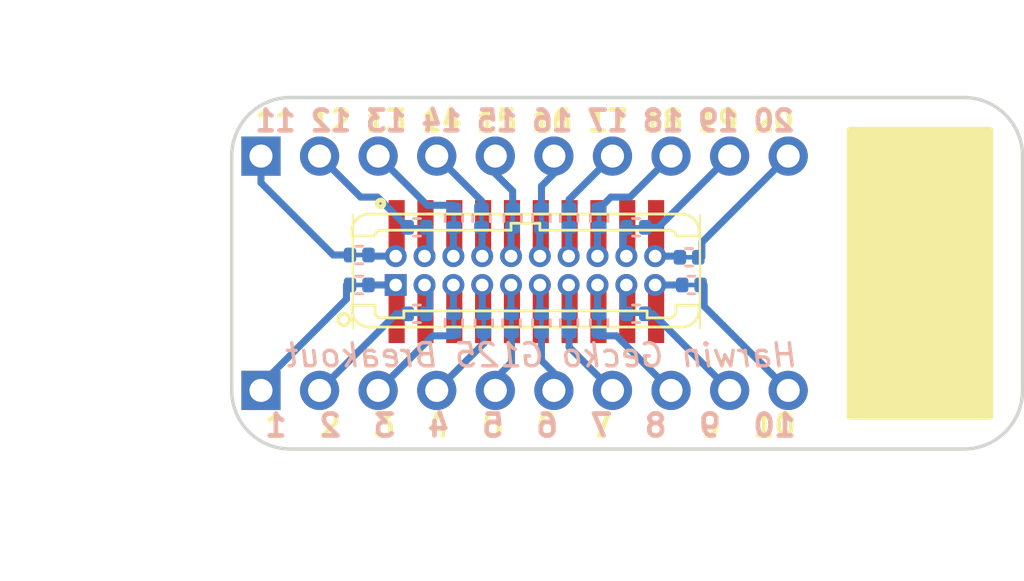
<source format=kicad_pcb>
(kicad_pcb (version 20171130) (host pcbnew "(5.1.12)-1")

  (general
    (thickness 1.6)
    (drawings 21)
    (tracks 90)
    (zones 0)
    (modules 24)
    (nets 41)
  )

  (page A4)
  (layers
    (0 F.Cu signal)
    (31 B.Cu signal)
    (32 B.Adhes user)
    (33 F.Adhes user)
    (34 B.Paste user)
    (35 F.Paste user)
    (36 B.SilkS user)
    (37 F.SilkS user)
    (38 B.Mask user)
    (39 F.Mask user)
    (40 Dwgs.User user)
    (41 Cmts.User user)
    (42 Eco1.User user)
    (43 Eco2.User user)
    (44 Edge.Cuts user)
    (45 Margin user)
    (46 B.CrtYd user)
    (47 F.CrtYd user)
    (48 B.Fab user)
    (49 F.Fab user)
  )

  (setup
    (last_trace_width 0.1524)
    (user_trace_width 0.1524)
    (user_trace_width 0.254)
    (user_trace_width 0.3048)
    (user_trace_width 0.4064)
    (trace_clearance 0.1524)
    (zone_clearance 0.508)
    (zone_45_only no)
    (trace_min 0.1524)
    (via_size 0.6858)
    (via_drill 0.3302)
    (via_min_size 0.508)
    (via_min_drill 0.254)
    (uvia_size 0.3)
    (uvia_drill 0.1)
    (uvias_allowed no)
    (uvia_min_size 0.2)
    (uvia_min_drill 0.1)
    (edge_width 0.15)
    (segment_width 0.1524)
    (pcb_text_width 0.3)
    (pcb_text_size 1.5 1.5)
    (mod_edge_width 0.25)
    (mod_text_size 1 1)
    (mod_text_width 0.15)
    (pad_size 1.524 1.524)
    (pad_drill 0.762)
    (pad_to_mask_clearance 0.0508)
    (solder_mask_min_width 0.1016)
    (aux_axis_origin 0 0)
    (visible_elements 7FFFFFFF)
    (pcbplotparams
      (layerselection 0x00030_80000001)
      (usegerberextensions false)
      (usegerberattributes true)
      (usegerberadvancedattributes true)
      (creategerberjobfile true)
      (excludeedgelayer true)
      (linewidth 0.100000)
      (plotframeref false)
      (viasonmask false)
      (mode 1)
      (useauxorigin false)
      (hpglpennumber 1)
      (hpglpenspeed 20)
      (hpglpendiameter 15.000000)
      (psnegative false)
      (psa4output false)
      (plotreference true)
      (plotvalue true)
      (plotinvisibletext false)
      (padsonsilk false)
      (subtractmaskfromsilk false)
      (outputformat 1)
      (mirror false)
      (drillshape 1)
      (scaleselection 1)
      (outputdirectory ""))
  )

  (net 0 "")
  (net 1 /A0)
  (net 2 /A1)
  (net 3 /A2)
  (net 4 /A3)
  (net 5 /D0)
  (net 6 /D1)
  (net 7 /D2)
  (net 8 /D3)
  (net 9 /D4)
  (net 10 /D5)
  (net 11 /D6)
  (net 12 /D7)
  (net 13 /D8)
  (net 14 /D9)
  (net 15 /D10)
  (net 16 /D13)
  (net 17 /D12)
  (net 18 /D11)
  (net 19 /A4)
  (net 20 /A5)
  (net 21 "Net-(J4-Pad1)")
  (net 22 "Net-(J3-Pad1)")
  (net 23 "Net-(J3-Pad2)")
  (net 24 "Net-(J3-Pad3)")
  (net 25 "Net-(J3-Pad4)")
  (net 26 "Net-(J3-Pad5)")
  (net 27 "Net-(J3-Pad6)")
  (net 28 "Net-(J3-Pad7)")
  (net 29 "Net-(J3-Pad8)")
  (net 30 "Net-(J3-Pad9)")
  (net 31 "Net-(J3-Pad10)")
  (net 32 "Net-(J4-Pad10)")
  (net 33 "Net-(J4-Pad9)")
  (net 34 "Net-(J4-Pad8)")
  (net 35 "Net-(J4-Pad7)")
  (net 36 "Net-(J4-Pad6)")
  (net 37 "Net-(J4-Pad5)")
  (net 38 "Net-(J4-Pad4)")
  (net 39 "Net-(J4-Pad3)")
  (net 40 "Net-(J4-Pad2)")

  (net_class Default "This is the default net class."
    (clearance 0.1524)
    (trace_width 0.1524)
    (via_dia 0.6858)
    (via_drill 0.3302)
    (uvia_dia 0.3)
    (uvia_drill 0.1)
    (add_net /A0)
    (add_net /A1)
    (add_net /A2)
    (add_net /A3)
    (add_net /A4)
    (add_net /A5)
    (add_net /D0)
    (add_net /D1)
    (add_net /D10)
    (add_net /D11)
    (add_net /D12)
    (add_net /D13)
    (add_net /D2)
    (add_net /D3)
    (add_net /D4)
    (add_net /D5)
    (add_net /D6)
    (add_net /D7)
    (add_net /D8)
    (add_net /D9)
    (add_net "Net-(J3-Pad1)")
    (add_net "Net-(J3-Pad10)")
    (add_net "Net-(J3-Pad2)")
    (add_net "Net-(J3-Pad3)")
    (add_net "Net-(J3-Pad4)")
    (add_net "Net-(J3-Pad5)")
    (add_net "Net-(J3-Pad6)")
    (add_net "Net-(J3-Pad7)")
    (add_net "Net-(J3-Pad8)")
    (add_net "Net-(J3-Pad9)")
    (add_net "Net-(J4-Pad1)")
    (add_net "Net-(J4-Pad10)")
    (add_net "Net-(J4-Pad2)")
    (add_net "Net-(J4-Pad3)")
    (add_net "Net-(J4-Pad4)")
    (add_net "Net-(J4-Pad5)")
    (add_net "Net-(J4-Pad6)")
    (add_net "Net-(J4-Pad7)")
    (add_net "Net-(J4-Pad8)")
    (add_net "Net-(J4-Pad9)")
  )

  (module Connector_PinHeader_2.54mm:PinHeader_1x10_P2.54mm_Vertical (layer F.Cu) (tedit 63331346) (tstamp 6332231A)
    (at 101.6 120.65 90)
    (descr "Through hole straight pin header, 1x10, 2.54mm pitch, single row")
    (tags "Through hole pin header THT 1x10 2.54mm single row")
    (path /6333E140)
    (fp_text reference J3 (at 0 -2.33 90) (layer F.SilkS) hide
      (effects (font (size 1 1) (thickness 0.15)))
    )
    (fp_text value Conn_01x10_Male (at 0 25.19 90) (layer F.Fab)
      (effects (font (size 1 1) (thickness 0.15)))
    )
    (fp_line (start 1.8 -1.8) (end -1.8 -1.8) (layer F.CrtYd) (width 0.05))
    (fp_line (start 1.8 24.65) (end 1.8 -1.8) (layer F.CrtYd) (width 0.05))
    (fp_line (start -1.8 24.65) (end 1.8 24.65) (layer F.CrtYd) (width 0.05))
    (fp_line (start -1.8 -1.8) (end -1.8 24.65) (layer F.CrtYd) (width 0.05))
    (fp_line (start -1.27 -0.635) (end -0.635 -1.27) (layer F.Fab) (width 0.1))
    (fp_line (start -1.27 24.13) (end -1.27 -0.635) (layer F.Fab) (width 0.1))
    (fp_line (start 1.27 24.13) (end -1.27 24.13) (layer F.Fab) (width 0.1))
    (fp_line (start 1.27 -1.27) (end 1.27 24.13) (layer F.Fab) (width 0.1))
    (fp_line (start -0.635 -1.27) (end 1.27 -1.27) (layer F.Fab) (width 0.1))
    (fp_text user %R (at 0 11.43 180) (layer F.Fab)
      (effects (font (size 1 1) (thickness 0.15)))
    )
    (pad 1 thru_hole rect (at 0 0 90) (size 1.7 1.7) (drill 1) (layers *.Cu *.Mask)
      (net 22 "Net-(J3-Pad1)"))
    (pad 2 thru_hole oval (at 0 2.54 90) (size 1.7 1.7) (drill 1) (layers *.Cu *.Mask)
      (net 23 "Net-(J3-Pad2)"))
    (pad 3 thru_hole oval (at 0 5.08 90) (size 1.7 1.7) (drill 1) (layers *.Cu *.Mask)
      (net 24 "Net-(J3-Pad3)"))
    (pad 4 thru_hole oval (at 0 7.62 90) (size 1.7 1.7) (drill 1) (layers *.Cu *.Mask)
      (net 25 "Net-(J3-Pad4)"))
    (pad 5 thru_hole oval (at 0 10.16 90) (size 1.7 1.7) (drill 1) (layers *.Cu *.Mask)
      (net 26 "Net-(J3-Pad5)"))
    (pad 6 thru_hole oval (at 0 12.7 90) (size 1.7 1.7) (drill 1) (layers *.Cu *.Mask)
      (net 27 "Net-(J3-Pad6)"))
    (pad 7 thru_hole oval (at 0 15.24 90) (size 1.7 1.7) (drill 1) (layers *.Cu *.Mask)
      (net 28 "Net-(J3-Pad7)"))
    (pad 8 thru_hole oval (at 0 17.78 90) (size 1.7 1.7) (drill 1) (layers *.Cu *.Mask)
      (net 29 "Net-(J3-Pad8)"))
    (pad 9 thru_hole oval (at 0 20.32 90) (size 1.7 1.7) (drill 1) (layers *.Cu *.Mask)
      (net 30 "Net-(J3-Pad9)"))
    (pad 10 thru_hole oval (at 0 22.86 90) (size 1.7 1.7) (drill 1) (layers *.Cu *.Mask)
      (net 31 "Net-(J3-Pad10)"))
    (model ${KISYS3DMOD}/Connector_PinHeader_2.54mm.3dshapes/PinHeader_1x10_P2.54mm_Vertical.wrl
      (at (xyz 0 0 0))
      (scale (xyz 1 1 1))
      (rotate (xyz 0 0 0))
    )
  )

  (module Connector_PinHeader_2.54mm:PinHeader_1x10_P2.54mm_Vertical (layer F.Cu) (tedit 63331326) (tstamp 63334017)
    (at 101.6 130.81 90)
    (descr "Through hole straight pin header, 1x10, 2.54mm pitch, single row")
    (tags "Through hole pin header THT 1x10 2.54mm single row")
    (path /6333F148)
    (fp_text reference J4 (at 0 -2.33 90) (layer F.SilkS) hide
      (effects (font (size 1 1) (thickness 0.15)))
    )
    (fp_text value Conn_01x10_Male (at 0 25.19 90) (layer F.Fab)
      (effects (font (size 1 1) (thickness 0.15)))
    )
    (fp_line (start -0.635 -1.27) (end 1.27 -1.27) (layer F.Fab) (width 0.1))
    (fp_line (start 1.27 -1.27) (end 1.27 24.13) (layer F.Fab) (width 0.1))
    (fp_line (start 1.27 24.13) (end -1.27 24.13) (layer F.Fab) (width 0.1))
    (fp_line (start -1.27 24.13) (end -1.27 -0.635) (layer F.Fab) (width 0.1))
    (fp_line (start -1.27 -0.635) (end -0.635 -1.27) (layer F.Fab) (width 0.1))
    (fp_line (start -1.8 -1.8) (end -1.8 24.65) (layer F.CrtYd) (width 0.05))
    (fp_line (start -1.8 24.65) (end 1.8 24.65) (layer F.CrtYd) (width 0.05))
    (fp_line (start 1.8 24.65) (end 1.8 -1.8) (layer F.CrtYd) (width 0.05))
    (fp_line (start 1.8 -1.8) (end -1.8 -1.8) (layer F.CrtYd) (width 0.05))
    (fp_text user %R (at 0 11.43 180) (layer F.Fab)
      (effects (font (size 1 1) (thickness 0.15)))
    )
    (pad 10 thru_hole oval (at 0 22.86 90) (size 1.7 1.7) (drill 1) (layers *.Cu *.Mask)
      (net 32 "Net-(J4-Pad10)"))
    (pad 9 thru_hole oval (at 0 20.32 90) (size 1.7 1.7) (drill 1) (layers *.Cu *.Mask)
      (net 33 "Net-(J4-Pad9)"))
    (pad 8 thru_hole oval (at 0 17.78 90) (size 1.7 1.7) (drill 1) (layers *.Cu *.Mask)
      (net 34 "Net-(J4-Pad8)"))
    (pad 7 thru_hole oval (at 0 15.24 90) (size 1.7 1.7) (drill 1) (layers *.Cu *.Mask)
      (net 35 "Net-(J4-Pad7)"))
    (pad 6 thru_hole oval (at 0 12.7 90) (size 1.7 1.7) (drill 1) (layers *.Cu *.Mask)
      (net 36 "Net-(J4-Pad6)"))
    (pad 5 thru_hole oval (at 0 10.16 90) (size 1.7 1.7) (drill 1) (layers *.Cu *.Mask)
      (net 37 "Net-(J4-Pad5)"))
    (pad 4 thru_hole oval (at 0 7.62 90) (size 1.7 1.7) (drill 1) (layers *.Cu *.Mask)
      (net 38 "Net-(J4-Pad4)"))
    (pad 3 thru_hole oval (at 0 5.08 90) (size 1.7 1.7) (drill 1) (layers *.Cu *.Mask)
      (net 39 "Net-(J4-Pad3)"))
    (pad 2 thru_hole oval (at 0 2.54 90) (size 1.7 1.7) (drill 1) (layers *.Cu *.Mask)
      (net 40 "Net-(J4-Pad2)"))
    (pad 1 thru_hole rect (at 0 0 90) (size 1.7 1.7) (drill 1) (layers *.Cu *.Mask)
      (net 21 "Net-(J4-Pad1)"))
    (model ${KISYS3DMOD}/Connector_PinHeader_2.54mm.3dshapes/PinHeader_1x10_P2.54mm_Vertical.wrl
      (at (xyz 0 0 0))
      (scale (xyz 1 1 1))
      (rotate (xyz 0 0 0))
    )
  )

  (module footprints:J_NC (layer B.Cu) (tedit 63322BD6) (tstamp 63332BB4)
    (at 105.862 126.238)
    (descr "Resistor SMD 0402 (1005 Metric), square (rectangular) end terminal, IPC_7351 nominal, (Body size source: IPC-SM-782 page 72, https://www.pcb-3d.com/wordpress/wp-content/uploads/ipc-sm-782a_amendment_1_and_2.pdf), generated with kicad-footprint-generator")
    (tags resistor)
    (path /633645BF)
    (attr smd)
    (fp_text reference JP1 (at 0 1.17 180) (layer B.SilkS) hide
      (effects (font (size 1 1) (thickness 0.15)) (justify mirror))
    )
    (fp_text value Jumper_NC_Small (at 0 -1.17 180) (layer B.Fab) hide
      (effects (font (size 1 1) (thickness 0.15)) (justify mirror))
    )
    (fp_line (start 0.93 -0.47) (end -0.93 -0.47) (layer B.CrtYd) (width 0.05))
    (fp_line (start 0.93 0.47) (end 0.93 -0.47) (layer B.CrtYd) (width 0.05))
    (fp_line (start -0.93 0.47) (end 0.93 0.47) (layer B.CrtYd) (width 0.05))
    (fp_line (start -0.93 -0.47) (end -0.93 0.47) (layer B.CrtYd) (width 0.05))
    (fp_line (start -0.153641 -0.38) (end 0.153641 -0.38) (layer B.SilkS) (width 0.12))
    (fp_line (start -0.153641 0.38) (end 0.153641 0.38) (layer B.SilkS) (width 0.12))
    (fp_line (start 0.525 -0.27) (end -0.525 -0.27) (layer B.Fab) (width 0.1))
    (fp_line (start 0.525 0.27) (end 0.525 -0.27) (layer B.Fab) (width 0.1))
    (fp_line (start -0.525 0.27) (end 0.525 0.27) (layer B.Fab) (width 0.1))
    (fp_line (start -0.525 -0.27) (end -0.525 0.27) (layer B.Fab) (width 0.1))
    (fp_text user %R (at 0 0 180) (layer B.Fab)
      (effects (font (size 0.26 0.26) (thickness 0.04)) (justify mirror))
    )
    (pad 2 smd roundrect (at 0.4 0) (size 0.54 0.64) (layers B.Cu B.Paste B.Mask) (roundrect_rratio 0.25)
      (net 5 /D0))
    (pad 1 smd roundrect (at -0.4 0) (size 0.54 0.64) (layers B.Cu B.Paste B.Mask) (roundrect_rratio 0.25)
      (net 21 "Net-(J4-Pad1)"))
    (pad 3 smd rect (at 0 0) (size 0.5 0.2) (layers B.Cu B.Paste))
    (model ${KISYS3DMOD}/Resistor_SMD.3dshapes/R_0402_1005Metric.wrl
      (at (xyz 0 0 0))
      (scale (xyz 1 1 1))
      (rotate (xyz 0 0 0))
    )
  )

  (module footprints:Harwin_Gecko-G125-MVX2005L0X_2x10_P1.25mm_Vertical (layer F.Cu) (tedit 62D72C93) (tstamp 63332D9F)
    (at 107.442 126.238)
    (descr "Harwin Gecko Connector, 20 pins, dual row male, vertical entry, no latches, PN:G125-MVX2005L0X")
    (tags "connector harwin gecko")
    (path /62FF0A69)
    (fp_text reference J1 (at 5.625 3.5) (layer F.SilkS) hide
      (effects (font (size 1 1) (thickness 0.15)))
    )
    (fp_text value Conn_02x10_Top_Bottom (at 5.625 -4.3) (layer F.Fab)
      (effects (font (size 1 1) (thickness 0.15)))
    )
    (fp_line (start 0.3 0.85) (end 0 0.25) (layer F.Fab) (width 0.1))
    (fp_line (start -0.3 0.85) (end 0.3 0.85) (layer F.Fab) (width 0.1))
    (fp_line (start 0 0.25) (end -0.3 0.85) (layer F.Fab) (width 0.1))
    (fp_line (start 13.65 -3.58) (end -2.4 -3.58) (layer F.CrtYd) (width 0.05))
    (fp_line (start 13.65 -2.58) (end 13.65 -3.58) (layer F.CrtYd) (width 0.05))
    (fp_line (start -2.4 -2.58) (end 13.65 -2.58) (layer F.CrtYd) (width 0.05))
    (fp_line (start -2.4 -3.58) (end -2.4 -2.58) (layer F.CrtYd) (width 0.05))
    (fp_line (start 12.15 1.175) (end 12.15 0.875) (layer F.Fab) (width 0.1))
    (fp_line (start -0.9 1.175) (end -0.9 0.875) (layer F.Fab) (width 0.1))
    (fp_line (start -0.9 0.875) (end -0.9 0.875) (layer F.Fab) (width 0.1))
    (fp_line (start -1.9 0.875) (end -0.9 0.875) (layer F.Fab) (width 0.1))
    (fp_line (start -1.9 1.075) (end -1.9 0.875) (layer F.Fab) (width 0.1))
    (fp_line (start 12.15 0.875) (end 12.15 0.875) (layer F.Fab) (width 0.1))
    (fp_line (start 13.15 0.875) (end 12.15 0.875) (layer F.Fab) (width 0.1))
    (fp_line (start 13.15 1.075) (end 13.15 0.875) (layer F.Fab) (width 0.1))
    (fp_line (start 12.15 -2.125) (end 12.15 -2.125) (layer F.Fab) (width 0.1))
    (fp_line (start 13.15 -2.125) (end 12.15 -2.125) (layer F.Fab) (width 0.1))
    (fp_line (start 13.15 -2.325) (end 13.15 -2.125) (layer F.Fab) (width 0.1))
    (fp_line (start -0.9 -2.125) (end -0.9 -2.125) (layer F.Fab) (width 0.1))
    (fp_line (start -1.9 -2.125) (end -0.9 -2.125) (layer F.Fab) (width 0.1))
    (fp_line (start -1.9 -2.325) (end -1.9 -2.125) (layer F.Fab) (width 0.1))
    (fp_line (start 6.25 -2.375) (end 11.9 -2.375) (layer F.Fab) (width 0.1))
    (fp_line (start 6.25 -2.675) (end 6.25 -2.375) (layer F.Fab) (width 0.1))
    (fp_line (start 5 -2.675) (end 6.25 -2.675) (layer F.Fab) (width 0.1))
    (fp_line (start 5 -2.375) (end 5 -2.675) (layer F.Fab) (width 0.1))
    (fp_line (start -0.65 -2.375) (end 5 -2.375) (layer F.Fab) (width 0.1))
    (fp_line (start 10.9 1.425) (end 11.9 1.425) (layer F.Fab) (width 0.1))
    (fp_line (start 10.9 1.125) (end 10.9 1.425) (layer F.Fab) (width 0.1))
    (fp_line (start 0.35 1.125) (end 10.9 1.125) (layer F.Fab) (width 0.1))
    (fp_line (start 0.35 1.425) (end 0.35 1.125) (layer F.Fab) (width 0.1))
    (fp_line (start -0.65 1.425) (end 0.35 1.425) (layer F.Fab) (width 0.1))
    (fp_line (start -1.15 1.825) (end 12.4 1.825) (layer F.Fab) (width 0.1))
    (fp_line (start -1.15 -3.075) (end 12.4 -3.075) (layer F.Fab) (width 0.1))
    (fp_line (start 12.15 1.175) (end 12.15 0.875) (layer F.SilkS) (width 0.12))
    (fp_line (start -0.9 1.175) (end -0.9 0.875) (layer F.SilkS) (width 0.12))
    (fp_line (start -0.9 0.875) (end -0.9 0.875) (layer F.SilkS) (width 0.12))
    (fp_line (start -1.9 0.875) (end -0.9 0.875) (layer F.SilkS) (width 0.12))
    (fp_line (start -1.9 1.075) (end -1.9 0.875) (layer F.SilkS) (width 0.12))
    (fp_line (start 12.15 0.875) (end 12.15 0.875) (layer F.SilkS) (width 0.12))
    (fp_line (start 13.15 0.875) (end 12.15 0.875) (layer F.SilkS) (width 0.12))
    (fp_line (start 13.15 1.075) (end 13.15 0.875) (layer F.SilkS) (width 0.12))
    (fp_line (start 12.15 -2.125) (end 12.15 -2.125) (layer F.SilkS) (width 0.12))
    (fp_line (start 13.15 -2.125) (end 12.15 -2.125) (layer F.SilkS) (width 0.12))
    (fp_line (start 13.15 -2.325) (end 13.15 -2.125) (layer F.SilkS) (width 0.12))
    (fp_line (start -0.9 -2.125) (end -0.9 -2.125) (layer F.SilkS) (width 0.12))
    (fp_line (start -1.9 -2.125) (end -0.9 -2.125) (layer F.SilkS) (width 0.12))
    (fp_line (start -1.9 -2.325) (end -1.9 -2.125) (layer F.SilkS) (width 0.12))
    (fp_line (start 6.25 -2.375) (end 11.9 -2.375) (layer F.SilkS) (width 0.12))
    (fp_line (start 6.25 -2.675) (end 6.25 -2.375) (layer F.SilkS) (width 0.12))
    (fp_line (start 5 -2.675) (end 6.25 -2.675) (layer F.SilkS) (width 0.12))
    (fp_line (start 5 -2.375) (end 5 -2.675) (layer F.SilkS) (width 0.12))
    (fp_line (start -0.65 -2.375) (end 5 -2.375) (layer F.SilkS) (width 0.12))
    (fp_line (start 10.9 1.425) (end 11.9 1.425) (layer F.SilkS) (width 0.12))
    (fp_line (start 10.9 1.125) (end 10.9 1.425) (layer F.SilkS) (width 0.12))
    (fp_line (start 0.35 1.125) (end 10.9 1.125) (layer F.SilkS) (width 0.12))
    (fp_line (start 0.35 1.425) (end 0.35 1.125) (layer F.SilkS) (width 0.12))
    (fp_line (start -0.65 1.425) (end 0.35 1.425) (layer F.SilkS) (width 0.12))
    (fp_line (start -1.15 1.825) (end 12.4 1.825) (layer F.SilkS) (width 0.12))
    (fp_line (start -1.15 -3.075) (end 12.4 -3.075) (layer F.SilkS) (width 0.12))
    (fp_circle (center -2.25 1.5) (end -2 1.5) (layer F.SilkS) (width 0.15))
    (fp_text user %R (at 5.625 0) (layer F.Fab)
      (effects (font (size 1 1) (thickness 0.15)))
    )
    (fp_arc (start -0.65 1.175) (end -0.65 1.425) (angle 90) (layer F.Fab) (width 0.1))
    (fp_arc (start 11.9 1.175) (end 12.15 1.175) (angle 90) (layer F.Fab) (width 0.1))
    (fp_arc (start 11.9 -2.125) (end 11.9 -2.375) (angle 90) (layer F.Fab) (width 0.1))
    (fp_arc (start -0.65 -2.125) (end -0.9 -2.125) (angle 90) (layer F.Fab) (width 0.1))
    (fp_arc (start -1.15 1.075) (end -1.15 1.825) (angle 90) (layer F.Fab) (width 0.1))
    (fp_arc (start 12.4 1.075) (end 13.15 1.075) (angle 90) (layer F.Fab) (width 0.1))
    (fp_arc (start 12.4 -2.325) (end 12.4 -3.075) (angle 90) (layer F.Fab) (width 0.1))
    (fp_arc (start -1.15 -2.325) (end -1.9 -2.325) (angle 90) (layer F.Fab) (width 0.1))
    (fp_arc (start -0.65 1.175) (end -0.65 1.425) (angle 90) (layer F.SilkS) (width 0.12))
    (fp_arc (start 11.9 1.175) (end 12.15 1.175) (angle 90) (layer F.SilkS) (width 0.12))
    (fp_arc (start 11.9 -2.125) (end 11.9 -2.375) (angle 90) (layer F.SilkS) (width 0.12))
    (fp_arc (start -0.65 -2.125) (end -0.9 -2.125) (angle 90) (layer F.SilkS) (width 0.12))
    (fp_arc (start -1.15 1.075) (end -1.15 1.825) (angle 90) (layer F.SilkS) (width 0.12))
    (fp_arc (start 12.4 1.075) (end 13.15 1.075) (angle 90) (layer F.SilkS) (width 0.12))
    (fp_arc (start 12.4 -2.325) (end 12.4 -3.075) (angle 90) (layer F.SilkS) (width 0.12))
    (fp_arc (start -1.15 -2.325) (end -1.9 -2.325) (angle 90) (layer F.SilkS) (width 0.12))
    (pad 20 thru_hole circle (at 11.25 -1.25) (size 0.95 0.95) (drill 0.55) (layers *.Cu *.Mask)
      (net 16 /D13))
    (pad 19 thru_hole circle (at 10 -1.25) (size 0.95 0.95) (drill 0.55) (layers *.Cu *.Mask)
      (net 17 /D12))
    (pad 18 thru_hole circle (at 8.75 -1.25) (size 0.95 0.95) (drill 0.55) (layers *.Cu *.Mask)
      (net 18 /D11))
    (pad 17 thru_hole circle (at 7.5 -1.25) (size 0.95 0.95) (drill 0.55) (layers *.Cu *.Mask)
      (net 15 /D10))
    (pad 16 thru_hole circle (at 6.25 -1.25) (size 0.95 0.95) (drill 0.55) (layers *.Cu *.Mask)
      (net 1 /A0))
    (pad 15 thru_hole circle (at 5 -1.25) (size 0.95 0.95) (drill 0.55) (layers *.Cu *.Mask)
      (net 2 /A1))
    (pad 14 thru_hole circle (at 3.75 -1.25) (size 0.95 0.95) (drill 0.55) (layers *.Cu *.Mask)
      (net 3 /A2))
    (pad 13 thru_hole circle (at 2.5 -1.25) (size 0.95 0.95) (drill 0.55) (layers *.Cu *.Mask)
      (net 4 /A3))
    (pad 12 thru_hole circle (at 1.25 -1.25) (size 0.95 0.95) (drill 0.55) (layers *.Cu *.Mask)
      (net 19 /A4))
    (pad 11 thru_hole circle (at 0 -1.25) (size 0.95 0.95) (drill 0.55) (layers *.Cu *.Mask)
      (net 20 /A5))
    (pad 10 thru_hole circle (at 11.25 0) (size 0.95 0.95) (drill 0.55) (layers *.Cu *.Mask)
      (net 14 /D9))
    (pad 9 thru_hole circle (at 10 0) (size 0.95 0.95) (drill 0.55) (layers *.Cu *.Mask)
      (net 13 /D8))
    (pad 8 thru_hole circle (at 8.75 0) (size 0.95 0.95) (drill 0.55) (layers *.Cu *.Mask)
      (net 12 /D7))
    (pad 7 thru_hole circle (at 7.5 0) (size 0.95 0.95) (drill 0.55) (layers *.Cu *.Mask)
      (net 11 /D6))
    (pad 6 thru_hole circle (at 6.25 0) (size 0.95 0.95) (drill 0.55) (layers *.Cu *.Mask)
      (net 10 /D5))
    (pad 5 thru_hole circle (at 5 0) (size 0.95 0.95) (drill 0.55) (layers *.Cu *.Mask)
      (net 9 /D4))
    (pad 4 thru_hole circle (at 3.75 0) (size 0.95 0.95) (drill 0.55) (layers *.Cu *.Mask)
      (net 8 /D3))
    (pad 3 thru_hole circle (at 2.5 0) (size 0.95 0.95) (drill 0.55) (layers *.Cu *.Mask)
      (net 7 /D2))
    (pad 2 thru_hole circle (at 1.25 0) (size 0.95 0.95) (drill 0.55) (layers *.Cu *.Mask)
      (net 6 /D1))
    (pad 1 thru_hole rect (at 0 0) (size 0.95 0.95) (drill 0.55) (layers *.Cu *.Mask)
      (net 5 /D0))
    (model ${KISYS3DMOD}/Connector_Harwin.3dshapes/Harwin_Gecko-G125-MVX2005L0X_2x10_P1.25mm_Vertical.wrl
      (at (xyz 0 0 0))
      (scale (xyz 1 1 1))
      (rotate (xyz 0 0 0))
    )
  )

  (module footprints:G125-FS12005L0P (layer F.Cu) (tedit 0) (tstamp 63331699)
    (at 113.107 125.658 180)
    (descr G125-FS12005L0P-1)
    (tags Connector)
    (path /63330E8E)
    (attr smd)
    (fp_text reference J2 (at 0 0) (layer F.SilkS) hide
      (effects (font (size 1.27 1.27) (thickness 0.254)))
    )
    (fp_text value Conn_02x10_Top_Bottom (at -0.585 10.74) (layer F.SilkS) hide
      (effects (font (size 1.27 1.27) (thickness 0.254)))
    )
    (fp_circle (center 6.325 2.95) (end 6.325 3) (layer F.SilkS) (width 0.2))
    (fp_line (start -8.725 4.1) (end -8.725 -4.1) (layer F.CrtYd) (width 0.05))
    (fp_line (start 8.725 4.1) (end -8.725 4.1) (layer F.CrtYd) (width 0.05))
    (fp_line (start 8.725 -4.1) (end 8.725 4.1) (layer F.CrtYd) (width 0.05))
    (fp_line (start -8.725 -4.1) (end 8.725 -4.1) (layer F.CrtYd) (width 0.05))
    (fp_line (start -7.525 2.45) (end -7.525 -2.45) (layer F.SilkS) (width 0.1))
    (fp_line (start 7.525 -2.45) (end 7.525 2.45) (layer F.SilkS) (width 0.1))
    (fp_line (start -7.525 2.45) (end -7.525 -2.45) (layer F.Fab) (width 0.2))
    (fp_line (start 7.525 2.45) (end -7.525 2.45) (layer F.Fab) (width 0.2))
    (fp_line (start 7.525 -2.45) (end 7.525 2.45) (layer F.Fab) (width 0.2))
    (fp_line (start -7.525 -2.45) (end 7.525 -2.45) (layer F.Fab) (width 0.2))
    (fp_text user %R (at 0 0) (layer F.Fab)
      (effects (font (size 1.27 1.27) (thickness 0.254)))
    )
    (pad 1 smd rect (at 5.625 1.85 180) (size 0.7 2.5) (layers F.Cu F.Paste F.Mask)
      (net 20 /A5))
    (pad 2 smd rect (at 4.375 1.85 180) (size 0.7 2.5) (layers F.Cu F.Paste F.Mask)
      (net 19 /A4))
    (pad 3 smd rect (at 3.125 1.85 180) (size 0.7 2.5) (layers F.Cu F.Paste F.Mask)
      (net 4 /A3))
    (pad 4 smd rect (at 1.875 1.85 180) (size 0.7 2.5) (layers F.Cu F.Paste F.Mask)
      (net 3 /A2))
    (pad 5 smd rect (at 0.625 1.85 180) (size 0.7 2.5) (layers F.Cu F.Paste F.Mask)
      (net 2 /A1))
    (pad 6 smd rect (at -0.625 1.85 180) (size 0.7 2.5) (layers F.Cu F.Paste F.Mask)
      (net 1 /A0))
    (pad 7 smd rect (at -1.875 1.85 180) (size 0.7 2.5) (layers F.Cu F.Paste F.Mask)
      (net 15 /D10))
    (pad 8 smd rect (at -3.125 1.85 180) (size 0.7 2.5) (layers F.Cu F.Paste F.Mask)
      (net 18 /D11))
    (pad 9 smd rect (at -4.375 1.85 180) (size 0.7 2.5) (layers F.Cu F.Paste F.Mask)
      (net 17 /D12))
    (pad 10 smd rect (at -5.625 1.85 180) (size 0.7 2.5) (layers F.Cu F.Paste F.Mask)
      (net 16 /D13))
    (pad 11 smd rect (at 5.625 -1.85 180) (size 0.7 2.5) (layers F.Cu F.Paste F.Mask)
      (net 5 /D0))
    (pad 12 smd rect (at 4.375 -1.85 180) (size 0.7 2.5) (layers F.Cu F.Paste F.Mask)
      (net 6 /D1))
    (pad 13 smd rect (at 3.125 -1.85 180) (size 0.7 2.5) (layers F.Cu F.Paste F.Mask)
      (net 7 /D2))
    (pad 14 smd rect (at 1.875 -1.85 180) (size 0.7 2.5) (layers F.Cu F.Paste F.Mask)
      (net 8 /D3))
    (pad 15 smd rect (at 0.625 -1.85 180) (size 0.7 2.5) (layers F.Cu F.Paste F.Mask)
      (net 9 /D4))
    (pad 16 smd rect (at -0.625 -1.85 180) (size 0.7 2.5) (layers F.Cu F.Paste F.Mask)
      (net 10 /D5))
    (pad 17 smd rect (at -1.875 -1.85 180) (size 0.7 2.5) (layers F.Cu F.Paste F.Mask)
      (net 11 /D6))
    (pad 18 smd rect (at -3.125 -1.85 180) (size 0.7 2.5) (layers F.Cu F.Paste F.Mask)
      (net 12 /D7))
    (pad 19 smd rect (at -4.375 -1.85 180) (size 0.7 2.5) (layers F.Cu F.Paste F.Mask)
      (net 13 /D8))
    (pad 20 smd rect (at -5.625 -1.85 180) (size 0.7 2.5) (layers F.Cu F.Paste F.Mask)
      (net 14 /D9))
    (model G125-FS12005L0P.stp
      (offset (xyz 0 0 2.430000030262263))
      (scale (xyz 1 1 1))
      (rotate (xyz 0 0 -180))
    )
  )

  (module footprints:J_NC (layer F.Cu) (tedit 63322D14) (tstamp 63332D19)
    (at 108.362 127.488)
    (descr "Resistor SMD 0402 (1005 Metric), square (rectangular) end terminal, IPC_7351 nominal, (Body size source: IPC-SM-782 page 72, https://www.pcb-3d.com/wordpress/wp-content/uploads/ipc-sm-782a_amendment_1_and_2.pdf), generated with kicad-footprint-generator")
    (tags resistor)
    (path /6336CEB1)
    (attr smd)
    (fp_text reference JP2 (at 0 1.17) (layer B.SilkS) hide
      (effects (font (size 1 1) (thickness 0.15)) (justify mirror))
    )
    (fp_text value Jumper_NC_Small (at 0 -1.17) (layer B.Fab) hide
      (effects (font (size 1 1) (thickness 0.15)) (justify mirror))
    )
    (fp_line (start 0.93 -0.47) (end -0.93 -0.47) (layer B.CrtYd) (width 0.05))
    (fp_line (start 0.93 0.47) (end 0.93 -0.47) (layer B.CrtYd) (width 0.05))
    (fp_line (start -0.93 0.47) (end 0.93 0.47) (layer B.CrtYd) (width 0.05))
    (fp_line (start -0.93 -0.47) (end -0.93 0.47) (layer B.CrtYd) (width 0.05))
    (fp_line (start -0.153641 -0.38) (end 0.153641 -0.38) (layer B.SilkS) (width 0.12))
    (fp_line (start -0.153641 0.38) (end 0.153641 0.38) (layer B.SilkS) (width 0.12))
    (fp_line (start 0.525 -0.27) (end -0.525 -0.27) (layer B.Fab) (width 0.1))
    (fp_line (start 0.525 0.27) (end 0.525 -0.27) (layer B.Fab) (width 0.1))
    (fp_line (start -0.525 0.27) (end 0.525 0.27) (layer B.Fab) (width 0.1))
    (fp_line (start -0.525 -0.27) (end -0.525 0.27) (layer B.Fab) (width 0.1))
    (fp_text user %R (at 0 0) (layer B.Fab)
      (effects (font (size 0.26 0.26) (thickness 0.04)) (justify mirror))
    )
    (pad 2 smd roundrect (at 0.4 0) (size 0.54 0.64) (layers B.Cu B.Paste B.Mask) (roundrect_rratio 0.25)
      (net 6 /D1))
    (pad 1 smd roundrect (at -0.4 0) (size 0.54 0.64) (layers B.Cu B.Paste B.Mask) (roundrect_rratio 0.25)
      (net 40 "Net-(J4-Pad2)"))
    (pad 3 smd rect (at 0 0) (size 0.5 0.2) (layers B.Cu B.Paste))
    (model ${KISYS3DMOD}/Resistor_SMD.3dshapes/R_0402_1005Metric.wrl
      (at (xyz 0 0 0))
      (scale (xyz 1 1 1))
      (rotate (xyz 0 0 0))
    )
  )

  (module footprints:J_NC (layer B.Cu) (tedit 63322D14) (tstamp 63332E78)
    (at 109.962 127.888 90)
    (descr "Resistor SMD 0402 (1005 Metric), square (rectangular) end terminal, IPC_7351 nominal, (Body size source: IPC-SM-782 page 72, https://www.pcb-3d.com/wordpress/wp-content/uploads/ipc-sm-782a_amendment_1_and_2.pdf), generated with kicad-footprint-generator")
    (tags resistor)
    (path /6336D1BA)
    (attr smd)
    (fp_text reference JP3 (at 0 1.17 90) (layer B.SilkS) hide
      (effects (font (size 1 1) (thickness 0.15)) (justify mirror))
    )
    (fp_text value Jumper_NC_Small (at 0 -1.17 90) (layer B.Fab) hide
      (effects (font (size 1 1) (thickness 0.15)) (justify mirror))
    )
    (fp_line (start -0.525 -0.27) (end -0.525 0.27) (layer B.Fab) (width 0.1))
    (fp_line (start -0.525 0.27) (end 0.525 0.27) (layer B.Fab) (width 0.1))
    (fp_line (start 0.525 0.27) (end 0.525 -0.27) (layer B.Fab) (width 0.1))
    (fp_line (start 0.525 -0.27) (end -0.525 -0.27) (layer B.Fab) (width 0.1))
    (fp_line (start -0.153641 0.38) (end 0.153641 0.38) (layer B.SilkS) (width 0.12))
    (fp_line (start -0.153641 -0.38) (end 0.153641 -0.38) (layer B.SilkS) (width 0.12))
    (fp_line (start -0.93 -0.47) (end -0.93 0.47) (layer B.CrtYd) (width 0.05))
    (fp_line (start -0.93 0.47) (end 0.93 0.47) (layer B.CrtYd) (width 0.05))
    (fp_line (start 0.93 0.47) (end 0.93 -0.47) (layer B.CrtYd) (width 0.05))
    (fp_line (start 0.93 -0.47) (end -0.93 -0.47) (layer B.CrtYd) (width 0.05))
    (fp_text user %R (at 0 0 90) (layer B.Fab)
      (effects (font (size 0.26 0.26) (thickness 0.04)) (justify mirror))
    )
    (pad 3 smd rect (at 0 0 90) (size 0.5 0.2) (layers B.Cu B.Paste))
    (pad 1 smd roundrect (at -0.4 0 90) (size 0.54 0.64) (layers B.Cu B.Paste B.Mask) (roundrect_rratio 0.25)
      (net 39 "Net-(J4-Pad3)"))
    (pad 2 smd roundrect (at 0.4 0 90) (size 0.54 0.64) (layers B.Cu B.Paste B.Mask) (roundrect_rratio 0.25)
      (net 7 /D2))
    (model ${KISYS3DMOD}/Resistor_SMD.3dshapes/R_0402_1005Metric.wrl
      (at (xyz 0 0 0))
      (scale (xyz 1 1 1))
      (rotate (xyz 0 0 0))
    )
  )

  (module footprints:J_NC (layer F.Cu) (tedit 63322D14) (tstamp 63332CE6)
    (at 111.262 127.888 90)
    (descr "Resistor SMD 0402 (1005 Metric), square (rectangular) end terminal, IPC_7351 nominal, (Body size source: IPC-SM-782 page 72, https://www.pcb-3d.com/wordpress/wp-content/uploads/ipc-sm-782a_amendment_1_and_2.pdf), generated with kicad-footprint-generator")
    (tags resistor)
    (path /6336D3FF)
    (attr smd)
    (fp_text reference JP4 (at 0 1.17 90) (layer B.SilkS) hide
      (effects (font (size 1 1) (thickness 0.15)) (justify mirror))
    )
    (fp_text value Jumper_NC_Small (at 0 -1.17 90) (layer B.Fab) hide
      (effects (font (size 1 1) (thickness 0.15)) (justify mirror))
    )
    (fp_line (start 0.93 -0.47) (end -0.93 -0.47) (layer B.CrtYd) (width 0.05))
    (fp_line (start 0.93 0.47) (end 0.93 -0.47) (layer B.CrtYd) (width 0.05))
    (fp_line (start -0.93 0.47) (end 0.93 0.47) (layer B.CrtYd) (width 0.05))
    (fp_line (start -0.93 -0.47) (end -0.93 0.47) (layer B.CrtYd) (width 0.05))
    (fp_line (start -0.153641 -0.38) (end 0.153641 -0.38) (layer B.SilkS) (width 0.12))
    (fp_line (start -0.153641 0.38) (end 0.153641 0.38) (layer B.SilkS) (width 0.12))
    (fp_line (start 0.525 -0.27) (end -0.525 -0.27) (layer B.Fab) (width 0.1))
    (fp_line (start 0.525 0.27) (end 0.525 -0.27) (layer B.Fab) (width 0.1))
    (fp_line (start -0.525 0.27) (end 0.525 0.27) (layer B.Fab) (width 0.1))
    (fp_line (start -0.525 -0.27) (end -0.525 0.27) (layer B.Fab) (width 0.1))
    (fp_text user %R (at 0 0 90) (layer B.Fab)
      (effects (font (size 0.26 0.26) (thickness 0.04)) (justify mirror))
    )
    (pad 2 smd roundrect (at 0.4 0 90) (size 0.54 0.64) (layers B.Cu B.Paste B.Mask) (roundrect_rratio 0.25)
      (net 8 /D3))
    (pad 1 smd roundrect (at -0.4 0 90) (size 0.54 0.64) (layers B.Cu B.Paste B.Mask) (roundrect_rratio 0.25)
      (net 38 "Net-(J4-Pad4)"))
    (pad 3 smd rect (at 0 0 90) (size 0.5 0.2) (layers B.Cu B.Paste))
    (model ${KISYS3DMOD}/Resistor_SMD.3dshapes/R_0402_1005Metric.wrl
      (at (xyz 0 0 0))
      (scale (xyz 1 1 1))
      (rotate (xyz 0 0 0))
    )
  )

  (module footprints:J_NC (layer F.Cu) (tedit 63322D14) (tstamp 63332B81)
    (at 112.462 127.888 90)
    (descr "Resistor SMD 0402 (1005 Metric), square (rectangular) end terminal, IPC_7351 nominal, (Body size source: IPC-SM-782 page 72, https://www.pcb-3d.com/wordpress/wp-content/uploads/ipc-sm-782a_amendment_1_and_2.pdf), generated with kicad-footprint-generator")
    (tags resistor)
    (path /6336D62C)
    (attr smd)
    (fp_text reference JP5 (at 0 1.17 90) (layer B.SilkS) hide
      (effects (font (size 1 1) (thickness 0.15)) (justify mirror))
    )
    (fp_text value Jumper_NC_Small (at 0 -1.17 90) (layer B.Fab) hide
      (effects (font (size 1 1) (thickness 0.15)) (justify mirror))
    )
    (fp_line (start -0.525 -0.27) (end -0.525 0.27) (layer B.Fab) (width 0.1))
    (fp_line (start -0.525 0.27) (end 0.525 0.27) (layer B.Fab) (width 0.1))
    (fp_line (start 0.525 0.27) (end 0.525 -0.27) (layer B.Fab) (width 0.1))
    (fp_line (start 0.525 -0.27) (end -0.525 -0.27) (layer B.Fab) (width 0.1))
    (fp_line (start -0.153641 0.38) (end 0.153641 0.38) (layer B.SilkS) (width 0.12))
    (fp_line (start -0.153641 -0.38) (end 0.153641 -0.38) (layer B.SilkS) (width 0.12))
    (fp_line (start -0.93 -0.47) (end -0.93 0.47) (layer B.CrtYd) (width 0.05))
    (fp_line (start -0.93 0.47) (end 0.93 0.47) (layer B.CrtYd) (width 0.05))
    (fp_line (start 0.93 0.47) (end 0.93 -0.47) (layer B.CrtYd) (width 0.05))
    (fp_line (start 0.93 -0.47) (end -0.93 -0.47) (layer B.CrtYd) (width 0.05))
    (fp_text user %R (at 0 0 90) (layer B.Fab)
      (effects (font (size 0.26 0.26) (thickness 0.04)) (justify mirror))
    )
    (pad 3 smd rect (at 0 0 90) (size 0.5 0.2) (layers B.Cu B.Paste))
    (pad 1 smd roundrect (at -0.4 0 90) (size 0.54 0.64) (layers B.Cu B.Paste B.Mask) (roundrect_rratio 0.25)
      (net 37 "Net-(J4-Pad5)"))
    (pad 2 smd roundrect (at 0.4 0 90) (size 0.54 0.64) (layers B.Cu B.Paste B.Mask) (roundrect_rratio 0.25)
      (net 9 /D4))
    (model ${KISYS3DMOD}/Resistor_SMD.3dshapes/R_0402_1005Metric.wrl
      (at (xyz 0 0 0))
      (scale (xyz 1 1 1))
      (rotate (xyz 0 0 0))
    )
  )

  (module footprints:J_NC (layer F.Cu) (tedit 63322D14) (tstamp 63332B1B)
    (at 113.762 127.888 90)
    (descr "Resistor SMD 0402 (1005 Metric), square (rectangular) end terminal, IPC_7351 nominal, (Body size source: IPC-SM-782 page 72, https://www.pcb-3d.com/wordpress/wp-content/uploads/ipc-sm-782a_amendment_1_and_2.pdf), generated with kicad-footprint-generator")
    (tags resistor)
    (path /6336D868)
    (attr smd)
    (fp_text reference JP6 (at 0 1.17 90) (layer B.SilkS) hide
      (effects (font (size 1 1) (thickness 0.15)) (justify mirror))
    )
    (fp_text value Jumper_NC_Small (at 0 -1.17 90) (layer B.Fab) hide
      (effects (font (size 1 1) (thickness 0.15)) (justify mirror))
    )
    (fp_line (start 0.93 -0.47) (end -0.93 -0.47) (layer B.CrtYd) (width 0.05))
    (fp_line (start 0.93 0.47) (end 0.93 -0.47) (layer B.CrtYd) (width 0.05))
    (fp_line (start -0.93 0.47) (end 0.93 0.47) (layer B.CrtYd) (width 0.05))
    (fp_line (start -0.93 -0.47) (end -0.93 0.47) (layer B.CrtYd) (width 0.05))
    (fp_line (start -0.153641 -0.38) (end 0.153641 -0.38) (layer B.SilkS) (width 0.12))
    (fp_line (start -0.153641 0.38) (end 0.153641 0.38) (layer B.SilkS) (width 0.12))
    (fp_line (start 0.525 -0.27) (end -0.525 -0.27) (layer B.Fab) (width 0.1))
    (fp_line (start 0.525 0.27) (end 0.525 -0.27) (layer B.Fab) (width 0.1))
    (fp_line (start -0.525 0.27) (end 0.525 0.27) (layer B.Fab) (width 0.1))
    (fp_line (start -0.525 -0.27) (end -0.525 0.27) (layer B.Fab) (width 0.1))
    (fp_text user %R (at 0 0 90) (layer B.Fab)
      (effects (font (size 0.26 0.26) (thickness 0.04)) (justify mirror))
    )
    (pad 2 smd roundrect (at 0.4 0 90) (size 0.54 0.64) (layers B.Cu B.Paste B.Mask) (roundrect_rratio 0.25)
      (net 10 /D5))
    (pad 1 smd roundrect (at -0.4 0 90) (size 0.54 0.64) (layers B.Cu B.Paste B.Mask) (roundrect_rratio 0.25)
      (net 36 "Net-(J4-Pad6)"))
    (pad 3 smd rect (at 0 0 90) (size 0.5 0.2) (layers B.Cu B.Paste))
    (model ${KISYS3DMOD}/Resistor_SMD.3dshapes/R_0402_1005Metric.wrl
      (at (xyz 0 0 0))
      (scale (xyz 1 1 1))
      (rotate (xyz 0 0 0))
    )
  )

  (module footprints:J_NC (layer F.Cu) (tedit 63322D14) (tstamp 63332EDE)
    (at 114.962 127.888 90)
    (descr "Resistor SMD 0402 (1005 Metric), square (rectangular) end terminal, IPC_7351 nominal, (Body size source: IPC-SM-782 page 72, https://www.pcb-3d.com/wordpress/wp-content/uploads/ipc-sm-782a_amendment_1_and_2.pdf), generated with kicad-footprint-generator")
    (tags resistor)
    (path /6336DB58)
    (attr smd)
    (fp_text reference JP7 (at 0 1.17 90) (layer B.SilkS) hide
      (effects (font (size 1 1) (thickness 0.15)) (justify mirror))
    )
    (fp_text value Jumper_NC_Small (at 0 -1.17 90) (layer B.Fab) hide
      (effects (font (size 1 1) (thickness 0.15)) (justify mirror))
    )
    (fp_line (start -0.525 -0.27) (end -0.525 0.27) (layer B.Fab) (width 0.1))
    (fp_line (start -0.525 0.27) (end 0.525 0.27) (layer B.Fab) (width 0.1))
    (fp_line (start 0.525 0.27) (end 0.525 -0.27) (layer B.Fab) (width 0.1))
    (fp_line (start 0.525 -0.27) (end -0.525 -0.27) (layer B.Fab) (width 0.1))
    (fp_line (start -0.153641 0.38) (end 0.153641 0.38) (layer B.SilkS) (width 0.12))
    (fp_line (start -0.153641 -0.38) (end 0.153641 -0.38) (layer B.SilkS) (width 0.12))
    (fp_line (start -0.93 -0.47) (end -0.93 0.47) (layer B.CrtYd) (width 0.05))
    (fp_line (start -0.93 0.47) (end 0.93 0.47) (layer B.CrtYd) (width 0.05))
    (fp_line (start 0.93 0.47) (end 0.93 -0.47) (layer B.CrtYd) (width 0.05))
    (fp_line (start 0.93 -0.47) (end -0.93 -0.47) (layer B.CrtYd) (width 0.05))
    (fp_text user %R (at 0 0 90) (layer B.Fab)
      (effects (font (size 0.26 0.26) (thickness 0.04)) (justify mirror))
    )
    (pad 3 smd rect (at 0 0 90) (size 0.5 0.2) (layers B.Cu B.Paste))
    (pad 1 smd roundrect (at -0.4 0 90) (size 0.54 0.64) (layers B.Cu B.Paste B.Mask) (roundrect_rratio 0.25)
      (net 35 "Net-(J4-Pad7)"))
    (pad 2 smd roundrect (at 0.4 0 90) (size 0.54 0.64) (layers B.Cu B.Paste B.Mask) (roundrect_rratio 0.25)
      (net 11 /D6))
    (model ${KISYS3DMOD}/Resistor_SMD.3dshapes/R_0402_1005Metric.wrl
      (at (xyz 0 0 0))
      (scale (xyz 1 1 1))
      (rotate (xyz 0 0 0))
    )
  )

  (module footprints:J_NC (layer F.Cu) (tedit 63322D14) (tstamp 63332CB3)
    (at 116.262 127.888 90)
    (descr "Resistor SMD 0402 (1005 Metric), square (rectangular) end terminal, IPC_7351 nominal, (Body size source: IPC-SM-782 page 72, https://www.pcb-3d.com/wordpress/wp-content/uploads/ipc-sm-782a_amendment_1_and_2.pdf), generated with kicad-footprint-generator")
    (tags resistor)
    (path /6336DD99)
    (attr smd)
    (fp_text reference JP8 (at 0 1.17 90) (layer B.SilkS) hide
      (effects (font (size 1 1) (thickness 0.15)) (justify mirror))
    )
    (fp_text value Jumper_NC_Small (at 0 -1.17 90) (layer B.Fab) hide
      (effects (font (size 1 1) (thickness 0.15)) (justify mirror))
    )
    (fp_line (start 0.93 -0.47) (end -0.93 -0.47) (layer B.CrtYd) (width 0.05))
    (fp_line (start 0.93 0.47) (end 0.93 -0.47) (layer B.CrtYd) (width 0.05))
    (fp_line (start -0.93 0.47) (end 0.93 0.47) (layer B.CrtYd) (width 0.05))
    (fp_line (start -0.93 -0.47) (end -0.93 0.47) (layer B.CrtYd) (width 0.05))
    (fp_line (start -0.153641 -0.38) (end 0.153641 -0.38) (layer B.SilkS) (width 0.12))
    (fp_line (start -0.153641 0.38) (end 0.153641 0.38) (layer B.SilkS) (width 0.12))
    (fp_line (start 0.525 -0.27) (end -0.525 -0.27) (layer B.Fab) (width 0.1))
    (fp_line (start 0.525 0.27) (end 0.525 -0.27) (layer B.Fab) (width 0.1))
    (fp_line (start -0.525 0.27) (end 0.525 0.27) (layer B.Fab) (width 0.1))
    (fp_line (start -0.525 -0.27) (end -0.525 0.27) (layer B.Fab) (width 0.1))
    (fp_text user %R (at 0 0 90) (layer B.Fab)
      (effects (font (size 0.26 0.26) (thickness 0.04)) (justify mirror))
    )
    (pad 2 smd roundrect (at 0.4 0 90) (size 0.54 0.64) (layers B.Cu B.Paste B.Mask) (roundrect_rratio 0.25)
      (net 12 /D7))
    (pad 1 smd roundrect (at -0.4 0 90) (size 0.54 0.64) (layers B.Cu B.Paste B.Mask) (roundrect_rratio 0.25)
      (net 34 "Net-(J4-Pad8)"))
    (pad 3 smd rect (at 0 0 90) (size 0.5 0.2) (layers B.Cu B.Paste))
    (model ${KISYS3DMOD}/Resistor_SMD.3dshapes/R_0402_1005Metric.wrl
      (at (xyz 0 0 0))
      (scale (xyz 1 1 1))
      (rotate (xyz 0 0 0))
    )
  )

  (module footprints:J_NC (layer F.Cu) (tedit 63322D14) (tstamp 63332B4E)
    (at 117.862 127.488 180)
    (descr "Resistor SMD 0402 (1005 Metric), square (rectangular) end terminal, IPC_7351 nominal, (Body size source: IPC-SM-782 page 72, https://www.pcb-3d.com/wordpress/wp-content/uploads/ipc-sm-782a_amendment_1_and_2.pdf), generated with kicad-footprint-generator")
    (tags resistor)
    (path /6336DF99)
    (attr smd)
    (fp_text reference JP9 (at 0 1.17) (layer B.SilkS) hide
      (effects (font (size 1 1) (thickness 0.15)) (justify mirror))
    )
    (fp_text value Jumper_NC_Small (at 0 -1.17) (layer B.Fab) hide
      (effects (font (size 1 1) (thickness 0.15)) (justify mirror))
    )
    (fp_line (start 0.93 -0.47) (end -0.93 -0.47) (layer B.CrtYd) (width 0.05))
    (fp_line (start 0.93 0.47) (end 0.93 -0.47) (layer B.CrtYd) (width 0.05))
    (fp_line (start -0.93 0.47) (end 0.93 0.47) (layer B.CrtYd) (width 0.05))
    (fp_line (start -0.93 -0.47) (end -0.93 0.47) (layer B.CrtYd) (width 0.05))
    (fp_line (start -0.153641 -0.38) (end 0.153641 -0.38) (layer B.SilkS) (width 0.12))
    (fp_line (start -0.153641 0.38) (end 0.153641 0.38) (layer B.SilkS) (width 0.12))
    (fp_line (start 0.525 -0.27) (end -0.525 -0.27) (layer B.Fab) (width 0.1))
    (fp_line (start 0.525 0.27) (end 0.525 -0.27) (layer B.Fab) (width 0.1))
    (fp_line (start -0.525 0.27) (end 0.525 0.27) (layer B.Fab) (width 0.1))
    (fp_line (start -0.525 -0.27) (end -0.525 0.27) (layer B.Fab) (width 0.1))
    (fp_text user %R (at 0 0) (layer B.Fab)
      (effects (font (size 0.26 0.26) (thickness 0.04)) (justify mirror))
    )
    (pad 2 smd roundrect (at 0.4 0 180) (size 0.54 0.64) (layers B.Cu B.Paste B.Mask) (roundrect_rratio 0.25)
      (net 13 /D8))
    (pad 1 smd roundrect (at -0.4 0 180) (size 0.54 0.64) (layers B.Cu B.Paste B.Mask) (roundrect_rratio 0.25)
      (net 33 "Net-(J4-Pad9)"))
    (pad 3 smd rect (at 0 0 180) (size 0.5 0.2) (layers B.Cu B.Paste))
    (model ${KISYS3DMOD}/Resistor_SMD.3dshapes/R_0402_1005Metric.wrl
      (at (xyz 0 0 0))
      (scale (xyz 1 1 1))
      (rotate (xyz 0 0 0))
    )
  )

  (module footprints:J_NC (layer F.Cu) (tedit 63322D14) (tstamp 63332EAB)
    (at 120.262 126.238 180)
    (descr "Resistor SMD 0402 (1005 Metric), square (rectangular) end terminal, IPC_7351 nominal, (Body size source: IPC-SM-782 page 72, https://www.pcb-3d.com/wordpress/wp-content/uploads/ipc-sm-782a_amendment_1_and_2.pdf), generated with kicad-footprint-generator")
    (tags resistor)
    (path /6336E2A7)
    (attr smd)
    (fp_text reference JP10 (at 0 1.17) (layer B.SilkS) hide
      (effects (font (size 1 1) (thickness 0.15)) (justify mirror))
    )
    (fp_text value Jumper_NC_Small (at 0 -1.17) (layer B.Fab) hide
      (effects (font (size 1 1) (thickness 0.15)) (justify mirror))
    )
    (fp_line (start -0.525 -0.27) (end -0.525 0.27) (layer B.Fab) (width 0.1))
    (fp_line (start -0.525 0.27) (end 0.525 0.27) (layer B.Fab) (width 0.1))
    (fp_line (start 0.525 0.27) (end 0.525 -0.27) (layer B.Fab) (width 0.1))
    (fp_line (start 0.525 -0.27) (end -0.525 -0.27) (layer B.Fab) (width 0.1))
    (fp_line (start -0.153641 0.38) (end 0.153641 0.38) (layer B.SilkS) (width 0.12))
    (fp_line (start -0.153641 -0.38) (end 0.153641 -0.38) (layer B.SilkS) (width 0.12))
    (fp_line (start -0.93 -0.47) (end -0.93 0.47) (layer B.CrtYd) (width 0.05))
    (fp_line (start -0.93 0.47) (end 0.93 0.47) (layer B.CrtYd) (width 0.05))
    (fp_line (start 0.93 0.47) (end 0.93 -0.47) (layer B.CrtYd) (width 0.05))
    (fp_line (start 0.93 -0.47) (end -0.93 -0.47) (layer B.CrtYd) (width 0.05))
    (fp_text user %R (at 0 0) (layer B.Fab)
      (effects (font (size 0.26 0.26) (thickness 0.04)) (justify mirror))
    )
    (pad 3 smd rect (at 0 0 180) (size 0.5 0.2) (layers B.Cu B.Paste))
    (pad 1 smd roundrect (at -0.4 0 180) (size 0.54 0.64) (layers B.Cu B.Paste B.Mask) (roundrect_rratio 0.25)
      (net 32 "Net-(J4-Pad10)"))
    (pad 2 smd roundrect (at 0.4 0 180) (size 0.54 0.64) (layers B.Cu B.Paste B.Mask) (roundrect_rratio 0.25)
      (net 14 /D9))
    (model ${KISYS3DMOD}/Resistor_SMD.3dshapes/R_0402_1005Metric.wrl
      (at (xyz 0 0 0))
      (scale (xyz 1 1 1))
      (rotate (xyz 0 0 0))
    )
  )

  (module footprints:J_NC (layer F.Cu) (tedit 63322D14) (tstamp 63332F77)
    (at 105.862 124.938 180)
    (descr "Resistor SMD 0402 (1005 Metric), square (rectangular) end terminal, IPC_7351 nominal, (Body size source: IPC-SM-782 page 72, https://www.pcb-3d.com/wordpress/wp-content/uploads/ipc-sm-782a_amendment_1_and_2.pdf), generated with kicad-footprint-generator")
    (tags resistor)
    (path /63383C92)
    (attr smd)
    (fp_text reference JP11 (at 0 1.17) (layer B.SilkS) hide
      (effects (font (size 1 1) (thickness 0.15)) (justify mirror))
    )
    (fp_text value Jumper_NC_Small (at 0 -1.17) (layer B.Fab) hide
      (effects (font (size 1 1) (thickness 0.15)) (justify mirror))
    )
    (fp_line (start 0.93 -0.47) (end -0.93 -0.47) (layer B.CrtYd) (width 0.05))
    (fp_line (start 0.93 0.47) (end 0.93 -0.47) (layer B.CrtYd) (width 0.05))
    (fp_line (start -0.93 0.47) (end 0.93 0.47) (layer B.CrtYd) (width 0.05))
    (fp_line (start -0.93 -0.47) (end -0.93 0.47) (layer B.CrtYd) (width 0.05))
    (fp_line (start -0.153641 -0.38) (end 0.153641 -0.38) (layer B.SilkS) (width 0.12))
    (fp_line (start -0.153641 0.38) (end 0.153641 0.38) (layer B.SilkS) (width 0.12))
    (fp_line (start 0.525 -0.27) (end -0.525 -0.27) (layer B.Fab) (width 0.1))
    (fp_line (start 0.525 0.27) (end 0.525 -0.27) (layer B.Fab) (width 0.1))
    (fp_line (start -0.525 0.27) (end 0.525 0.27) (layer B.Fab) (width 0.1))
    (fp_line (start -0.525 -0.27) (end -0.525 0.27) (layer B.Fab) (width 0.1))
    (fp_text user %R (at 0 0) (layer B.Fab)
      (effects (font (size 0.26 0.26) (thickness 0.04)) (justify mirror))
    )
    (pad 2 smd roundrect (at 0.4 0 180) (size 0.54 0.64) (layers B.Cu B.Paste B.Mask) (roundrect_rratio 0.25)
      (net 22 "Net-(J3-Pad1)"))
    (pad 1 smd roundrect (at -0.4 0 180) (size 0.54 0.64) (layers B.Cu B.Paste B.Mask) (roundrect_rratio 0.25)
      (net 20 /A5))
    (pad 3 smd rect (at 0 0 180) (size 0.5 0.2) (layers B.Cu B.Paste))
    (model ${KISYS3DMOD}/Resistor_SMD.3dshapes/R_0402_1005Metric.wrl
      (at (xyz 0 0 0))
      (scale (xyz 1 1 1))
      (rotate (xyz 0 0 0))
    )
  )

  (module footprints:J_NC (layer B.Cu) (tedit 63322D14) (tstamp 63332AE8)
    (at 108.362 123.738 180)
    (descr "Resistor SMD 0402 (1005 Metric), square (rectangular) end terminal, IPC_7351 nominal, (Body size source: IPC-SM-782 page 72, https://www.pcb-3d.com/wordpress/wp-content/uploads/ipc-sm-782a_amendment_1_and_2.pdf), generated with kicad-footprint-generator")
    (tags resistor)
    (path /63384450)
    (attr smd)
    (fp_text reference JP12 (at 0 1.17) (layer B.SilkS) hide
      (effects (font (size 1 1) (thickness 0.15)) (justify mirror))
    )
    (fp_text value Jumper_NC_Small (at 0 -1.17) (layer B.Fab) hide
      (effects (font (size 1 1) (thickness 0.15)) (justify mirror))
    )
    (fp_line (start -0.525 -0.27) (end -0.525 0.27) (layer B.Fab) (width 0.1))
    (fp_line (start -0.525 0.27) (end 0.525 0.27) (layer B.Fab) (width 0.1))
    (fp_line (start 0.525 0.27) (end 0.525 -0.27) (layer B.Fab) (width 0.1))
    (fp_line (start 0.525 -0.27) (end -0.525 -0.27) (layer B.Fab) (width 0.1))
    (fp_line (start -0.153641 0.38) (end 0.153641 0.38) (layer B.SilkS) (width 0.12))
    (fp_line (start -0.153641 -0.38) (end 0.153641 -0.38) (layer B.SilkS) (width 0.12))
    (fp_line (start -0.93 -0.47) (end -0.93 0.47) (layer B.CrtYd) (width 0.05))
    (fp_line (start -0.93 0.47) (end 0.93 0.47) (layer B.CrtYd) (width 0.05))
    (fp_line (start 0.93 0.47) (end 0.93 -0.47) (layer B.CrtYd) (width 0.05))
    (fp_line (start 0.93 -0.47) (end -0.93 -0.47) (layer B.CrtYd) (width 0.05))
    (fp_text user %R (at 0 0) (layer B.Fab)
      (effects (font (size 0.26 0.26) (thickness 0.04)) (justify mirror))
    )
    (pad 3 smd rect (at 0 0 180) (size 0.5 0.2) (layers B.Cu B.Paste))
    (pad 1 smd roundrect (at -0.4 0 180) (size 0.54 0.64) (layers B.Cu B.Paste B.Mask) (roundrect_rratio 0.25)
      (net 19 /A4))
    (pad 2 smd roundrect (at 0.4 0 180) (size 0.54 0.64) (layers B.Cu B.Paste B.Mask) (roundrect_rratio 0.25)
      (net 23 "Net-(J3-Pad2)"))
    (model ${KISYS3DMOD}/Resistor_SMD.3dshapes/R_0402_1005Metric.wrl
      (at (xyz 0 0 0))
      (scale (xyz 1 1 1))
      (rotate (xyz 0 0 0))
    )
  )

  (module footprints:J_NC (layer F.Cu) (tedit 63322D14) (tstamp 63332C1A)
    (at 109.962 123.338 90)
    (descr "Resistor SMD 0402 (1005 Metric), square (rectangular) end terminal, IPC_7351 nominal, (Body size source: IPC-SM-782 page 72, https://www.pcb-3d.com/wordpress/wp-content/uploads/ipc-sm-782a_amendment_1_and_2.pdf), generated with kicad-footprint-generator")
    (tags resistor)
    (path /6338470E)
    (attr smd)
    (fp_text reference JP13 (at 0 1.17 90) (layer B.SilkS) hide
      (effects (font (size 1 1) (thickness 0.15)) (justify mirror))
    )
    (fp_text value Jumper_NC_Small (at 0 -1.17 90) (layer B.Fab) hide
      (effects (font (size 1 1) (thickness 0.15)) (justify mirror))
    )
    (fp_line (start 0.93 -0.47) (end -0.93 -0.47) (layer B.CrtYd) (width 0.05))
    (fp_line (start 0.93 0.47) (end 0.93 -0.47) (layer B.CrtYd) (width 0.05))
    (fp_line (start -0.93 0.47) (end 0.93 0.47) (layer B.CrtYd) (width 0.05))
    (fp_line (start -0.93 -0.47) (end -0.93 0.47) (layer B.CrtYd) (width 0.05))
    (fp_line (start -0.153641 -0.38) (end 0.153641 -0.38) (layer B.SilkS) (width 0.12))
    (fp_line (start -0.153641 0.38) (end 0.153641 0.38) (layer B.SilkS) (width 0.12))
    (fp_line (start 0.525 -0.27) (end -0.525 -0.27) (layer B.Fab) (width 0.1))
    (fp_line (start 0.525 0.27) (end 0.525 -0.27) (layer B.Fab) (width 0.1))
    (fp_line (start -0.525 0.27) (end 0.525 0.27) (layer B.Fab) (width 0.1))
    (fp_line (start -0.525 -0.27) (end -0.525 0.27) (layer B.Fab) (width 0.1))
    (fp_text user %R (at 0 0 90) (layer B.Fab)
      (effects (font (size 0.26 0.26) (thickness 0.04)) (justify mirror))
    )
    (pad 2 smd roundrect (at 0.4 0 90) (size 0.54 0.64) (layers B.Cu B.Paste B.Mask) (roundrect_rratio 0.25)
      (net 24 "Net-(J3-Pad3)"))
    (pad 1 smd roundrect (at -0.4 0 90) (size 0.54 0.64) (layers B.Cu B.Paste B.Mask) (roundrect_rratio 0.25)
      (net 4 /A3))
    (pad 3 smd rect (at 0 0 90) (size 0.5 0.2) (layers B.Cu B.Paste))
    (model ${KISYS3DMOD}/Resistor_SMD.3dshapes/R_0402_1005Metric.wrl
      (at (xyz 0 0 0))
      (scale (xyz 1 1 1))
      (rotate (xyz 0 0 0))
    )
  )

  (module footprints:J_NC (layer F.Cu) (tedit 63322D14) (tstamp 63332C80)
    (at 111.162 123.338 90)
    (descr "Resistor SMD 0402 (1005 Metric), square (rectangular) end terminal, IPC_7351 nominal, (Body size source: IPC-SM-782 page 72, https://www.pcb-3d.com/wordpress/wp-content/uploads/ipc-sm-782a_amendment_1_and_2.pdf), generated with kicad-footprint-generator")
    (tags resistor)
    (path /63384A35)
    (attr smd)
    (fp_text reference JP14 (at 0 1.17 90) (layer B.SilkS) hide
      (effects (font (size 1 1) (thickness 0.15)) (justify mirror))
    )
    (fp_text value Jumper_NC_Small (at 0 -1.17 90) (layer B.Fab) hide
      (effects (font (size 1 1) (thickness 0.15)) (justify mirror))
    )
    (fp_line (start -0.525 -0.27) (end -0.525 0.27) (layer B.Fab) (width 0.1))
    (fp_line (start -0.525 0.27) (end 0.525 0.27) (layer B.Fab) (width 0.1))
    (fp_line (start 0.525 0.27) (end 0.525 -0.27) (layer B.Fab) (width 0.1))
    (fp_line (start 0.525 -0.27) (end -0.525 -0.27) (layer B.Fab) (width 0.1))
    (fp_line (start -0.153641 0.38) (end 0.153641 0.38) (layer B.SilkS) (width 0.12))
    (fp_line (start -0.153641 -0.38) (end 0.153641 -0.38) (layer B.SilkS) (width 0.12))
    (fp_line (start -0.93 -0.47) (end -0.93 0.47) (layer B.CrtYd) (width 0.05))
    (fp_line (start -0.93 0.47) (end 0.93 0.47) (layer B.CrtYd) (width 0.05))
    (fp_line (start 0.93 0.47) (end 0.93 -0.47) (layer B.CrtYd) (width 0.05))
    (fp_line (start 0.93 -0.47) (end -0.93 -0.47) (layer B.CrtYd) (width 0.05))
    (fp_text user %R (at 0 0 90) (layer B.Fab)
      (effects (font (size 0.26 0.26) (thickness 0.04)) (justify mirror))
    )
    (pad 3 smd rect (at 0 0 90) (size 0.5 0.2) (layers B.Cu B.Paste))
    (pad 1 smd roundrect (at -0.4 0 90) (size 0.54 0.64) (layers B.Cu B.Paste B.Mask) (roundrect_rratio 0.25)
      (net 3 /A2))
    (pad 2 smd roundrect (at 0.4 0 90) (size 0.54 0.64) (layers B.Cu B.Paste B.Mask) (roundrect_rratio 0.25)
      (net 25 "Net-(J3-Pad4)"))
    (model ${KISYS3DMOD}/Resistor_SMD.3dshapes/R_0402_1005Metric.wrl
      (at (xyz 0 0 0))
      (scale (xyz 1 1 1))
      (rotate (xyz 0 0 0))
    )
  )

  (module footprints:J_NC (layer F.Cu) (tedit 63322D14) (tstamp 63332BE7)
    (at 112.512 123.338 90)
    (descr "Resistor SMD 0402 (1005 Metric), square (rectangular) end terminal, IPC_7351 nominal, (Body size source: IPC-SM-782 page 72, https://www.pcb-3d.com/wordpress/wp-content/uploads/ipc-sm-782a_amendment_1_and_2.pdf), generated with kicad-footprint-generator")
    (tags resistor)
    (path /63384C99)
    (attr smd)
    (fp_text reference JP15 (at 0 1.17 90) (layer B.SilkS) hide
      (effects (font (size 1 1) (thickness 0.15)) (justify mirror))
    )
    (fp_text value Jumper_NC_Small (at 0 -1.17 90) (layer B.Fab) hide
      (effects (font (size 1 1) (thickness 0.15)) (justify mirror))
    )
    (fp_line (start 0.93 -0.47) (end -0.93 -0.47) (layer B.CrtYd) (width 0.05))
    (fp_line (start 0.93 0.47) (end 0.93 -0.47) (layer B.CrtYd) (width 0.05))
    (fp_line (start -0.93 0.47) (end 0.93 0.47) (layer B.CrtYd) (width 0.05))
    (fp_line (start -0.93 -0.47) (end -0.93 0.47) (layer B.CrtYd) (width 0.05))
    (fp_line (start -0.153641 -0.38) (end 0.153641 -0.38) (layer B.SilkS) (width 0.12))
    (fp_line (start -0.153641 0.38) (end 0.153641 0.38) (layer B.SilkS) (width 0.12))
    (fp_line (start 0.525 -0.27) (end -0.525 -0.27) (layer B.Fab) (width 0.1))
    (fp_line (start 0.525 0.27) (end 0.525 -0.27) (layer B.Fab) (width 0.1))
    (fp_line (start -0.525 0.27) (end 0.525 0.27) (layer B.Fab) (width 0.1))
    (fp_line (start -0.525 -0.27) (end -0.525 0.27) (layer B.Fab) (width 0.1))
    (fp_text user %R (at 0 0 90) (layer B.Fab)
      (effects (font (size 0.26 0.26) (thickness 0.04)) (justify mirror))
    )
    (pad 2 smd roundrect (at 0.4 0 90) (size 0.54 0.64) (layers B.Cu B.Paste B.Mask) (roundrect_rratio 0.25)
      (net 26 "Net-(J3-Pad5)"))
    (pad 1 smd roundrect (at -0.4 0 90) (size 0.54 0.64) (layers B.Cu B.Paste B.Mask) (roundrect_rratio 0.25)
      (net 2 /A1))
    (pad 3 smd rect (at 0 0 90) (size 0.5 0.2) (layers B.Cu B.Paste))
    (model ${KISYS3DMOD}/Resistor_SMD.3dshapes/R_0402_1005Metric.wrl
      (at (xyz 0 0 0))
      (scale (xyz 1 1 1))
      (rotate (xyz 0 0 0))
    )
  )

  (module footprints:J_NC (layer F.Cu) (tedit 63322D14) (tstamp 63332F44)
    (at 113.762 123.338 90)
    (descr "Resistor SMD 0402 (1005 Metric), square (rectangular) end terminal, IPC_7351 nominal, (Body size source: IPC-SM-782 page 72, https://www.pcb-3d.com/wordpress/wp-content/uploads/ipc-sm-782a_amendment_1_and_2.pdf), generated with kicad-footprint-generator")
    (tags resistor)
    (path /63384EAD)
    (attr smd)
    (fp_text reference JP16 (at 0 1.17 90) (layer B.SilkS) hide
      (effects (font (size 1 1) (thickness 0.15)) (justify mirror))
    )
    (fp_text value Jumper_NC_Small (at 0 -1.17 90) (layer B.Fab) hide
      (effects (font (size 1 1) (thickness 0.15)) (justify mirror))
    )
    (fp_line (start -0.525 -0.27) (end -0.525 0.27) (layer B.Fab) (width 0.1))
    (fp_line (start -0.525 0.27) (end 0.525 0.27) (layer B.Fab) (width 0.1))
    (fp_line (start 0.525 0.27) (end 0.525 -0.27) (layer B.Fab) (width 0.1))
    (fp_line (start 0.525 -0.27) (end -0.525 -0.27) (layer B.Fab) (width 0.1))
    (fp_line (start -0.153641 0.38) (end 0.153641 0.38) (layer B.SilkS) (width 0.12))
    (fp_line (start -0.153641 -0.38) (end 0.153641 -0.38) (layer B.SilkS) (width 0.12))
    (fp_line (start -0.93 -0.47) (end -0.93 0.47) (layer B.CrtYd) (width 0.05))
    (fp_line (start -0.93 0.47) (end 0.93 0.47) (layer B.CrtYd) (width 0.05))
    (fp_line (start 0.93 0.47) (end 0.93 -0.47) (layer B.CrtYd) (width 0.05))
    (fp_line (start 0.93 -0.47) (end -0.93 -0.47) (layer B.CrtYd) (width 0.05))
    (fp_text user %R (at 0 0 90) (layer B.Fab)
      (effects (font (size 0.26 0.26) (thickness 0.04)) (justify mirror))
    )
    (pad 3 smd rect (at 0 0 90) (size 0.5 0.2) (layers B.Cu B.Paste))
    (pad 1 smd roundrect (at -0.4 0 90) (size 0.54 0.64) (layers B.Cu B.Paste B.Mask) (roundrect_rratio 0.25)
      (net 1 /A0))
    (pad 2 smd roundrect (at 0.4 0 90) (size 0.54 0.64) (layers B.Cu B.Paste B.Mask) (roundrect_rratio 0.25)
      (net 27 "Net-(J3-Pad6)"))
    (model ${KISYS3DMOD}/Resistor_SMD.3dshapes/R_0402_1005Metric.wrl
      (at (xyz 0 0 0))
      (scale (xyz 1 1 1))
      (rotate (xyz 0 0 0))
    )
  )

  (module footprints:J_NC (layer F.Cu) (tedit 63322D14) (tstamp 63332F11)
    (at 114.962 123.338 90)
    (descr "Resistor SMD 0402 (1005 Metric), square (rectangular) end terminal, IPC_7351 nominal, (Body size source: IPC-SM-782 page 72, https://www.pcb-3d.com/wordpress/wp-content/uploads/ipc-sm-782a_amendment_1_and_2.pdf), generated with kicad-footprint-generator")
    (tags resistor)
    (path /6338503A)
    (attr smd)
    (fp_text reference JP17 (at 0 1.17 90) (layer B.SilkS) hide
      (effects (font (size 1 1) (thickness 0.15)) (justify mirror))
    )
    (fp_text value Jumper_NC_Small (at 0 -1.17 90) (layer B.Fab) hide
      (effects (font (size 1 1) (thickness 0.15)) (justify mirror))
    )
    (fp_line (start 0.93 -0.47) (end -0.93 -0.47) (layer B.CrtYd) (width 0.05))
    (fp_line (start 0.93 0.47) (end 0.93 -0.47) (layer B.CrtYd) (width 0.05))
    (fp_line (start -0.93 0.47) (end 0.93 0.47) (layer B.CrtYd) (width 0.05))
    (fp_line (start -0.93 -0.47) (end -0.93 0.47) (layer B.CrtYd) (width 0.05))
    (fp_line (start -0.153641 -0.38) (end 0.153641 -0.38) (layer B.SilkS) (width 0.12))
    (fp_line (start -0.153641 0.38) (end 0.153641 0.38) (layer B.SilkS) (width 0.12))
    (fp_line (start 0.525 -0.27) (end -0.525 -0.27) (layer B.Fab) (width 0.1))
    (fp_line (start 0.525 0.27) (end 0.525 -0.27) (layer B.Fab) (width 0.1))
    (fp_line (start -0.525 0.27) (end 0.525 0.27) (layer B.Fab) (width 0.1))
    (fp_line (start -0.525 -0.27) (end -0.525 0.27) (layer B.Fab) (width 0.1))
    (fp_text user %R (at 0 0 90) (layer B.Fab)
      (effects (font (size 0.26 0.26) (thickness 0.04)) (justify mirror))
    )
    (pad 2 smd roundrect (at 0.4 0 90) (size 0.54 0.64) (layers B.Cu B.Paste B.Mask) (roundrect_rratio 0.25)
      (net 28 "Net-(J3-Pad7)"))
    (pad 1 smd roundrect (at -0.4 0 90) (size 0.54 0.64) (layers B.Cu B.Paste B.Mask) (roundrect_rratio 0.25)
      (net 15 /D10))
    (pad 3 smd rect (at 0 0 90) (size 0.5 0.2) (layers B.Cu B.Paste))
    (model ${KISYS3DMOD}/Resistor_SMD.3dshapes/R_0402_1005Metric.wrl
      (at (xyz 0 0 0))
      (scale (xyz 1 1 1))
      (rotate (xyz 0 0 0))
    )
  )

  (module footprints:J_NC (layer F.Cu) (tedit 63322D14) (tstamp 63332C4D)
    (at 116.262 123.338 90)
    (descr "Resistor SMD 0402 (1005 Metric), square (rectangular) end terminal, IPC_7351 nominal, (Body size source: IPC-SM-782 page 72, https://www.pcb-3d.com/wordpress/wp-content/uploads/ipc-sm-782a_amendment_1_and_2.pdf), generated with kicad-footprint-generator")
    (tags resistor)
    (path /633852F1)
    (attr smd)
    (fp_text reference JP18 (at 0 1.17 90) (layer B.SilkS) hide
      (effects (font (size 1 1) (thickness 0.15)) (justify mirror))
    )
    (fp_text value Jumper_NC_Small (at 0 -1.17 90) (layer B.Fab) hide
      (effects (font (size 1 1) (thickness 0.15)) (justify mirror))
    )
    (fp_line (start -0.525 -0.27) (end -0.525 0.27) (layer B.Fab) (width 0.1))
    (fp_line (start -0.525 0.27) (end 0.525 0.27) (layer B.Fab) (width 0.1))
    (fp_line (start 0.525 0.27) (end 0.525 -0.27) (layer B.Fab) (width 0.1))
    (fp_line (start 0.525 -0.27) (end -0.525 -0.27) (layer B.Fab) (width 0.1))
    (fp_line (start -0.153641 0.38) (end 0.153641 0.38) (layer B.SilkS) (width 0.12))
    (fp_line (start -0.153641 -0.38) (end 0.153641 -0.38) (layer B.SilkS) (width 0.12))
    (fp_line (start -0.93 -0.47) (end -0.93 0.47) (layer B.CrtYd) (width 0.05))
    (fp_line (start -0.93 0.47) (end 0.93 0.47) (layer B.CrtYd) (width 0.05))
    (fp_line (start 0.93 0.47) (end 0.93 -0.47) (layer B.CrtYd) (width 0.05))
    (fp_line (start 0.93 -0.47) (end -0.93 -0.47) (layer B.CrtYd) (width 0.05))
    (fp_text user %R (at 0 0 90) (layer B.Fab)
      (effects (font (size 0.26 0.26) (thickness 0.04)) (justify mirror))
    )
    (pad 3 smd rect (at 0 0 90) (size 0.5 0.2) (layers B.Cu B.Paste))
    (pad 1 smd roundrect (at -0.4 0 90) (size 0.54 0.64) (layers B.Cu B.Paste B.Mask) (roundrect_rratio 0.25)
      (net 18 /D11))
    (pad 2 smd roundrect (at 0.4 0 90) (size 0.54 0.64) (layers B.Cu B.Paste B.Mask) (roundrect_rratio 0.25)
      (net 29 "Net-(J3-Pad8)"))
    (model ${KISYS3DMOD}/Resistor_SMD.3dshapes/R_0402_1005Metric.wrl
      (at (xyz 0 0 0))
      (scale (xyz 1 1 1))
      (rotate (xyz 0 0 0))
    )
  )

  (module footprints:J_NC (layer F.Cu) (tedit 63322D14) (tstamp 63332AB5)
    (at 117.862 123.738)
    (descr "Resistor SMD 0402 (1005 Metric), square (rectangular) end terminal, IPC_7351 nominal, (Body size source: IPC-SM-782 page 72, https://www.pcb-3d.com/wordpress/wp-content/uploads/ipc-sm-782a_amendment_1_and_2.pdf), generated with kicad-footprint-generator")
    (tags resistor)
    (path /633855AF)
    (attr smd)
    (fp_text reference JP19 (at 0 1.17) (layer B.SilkS) hide
      (effects (font (size 1 1) (thickness 0.15)) (justify mirror))
    )
    (fp_text value Jumper_NC_Small (at 0 -1.17) (layer B.Fab) hide
      (effects (font (size 1 1) (thickness 0.15)) (justify mirror))
    )
    (fp_line (start 0.93 -0.47) (end -0.93 -0.47) (layer B.CrtYd) (width 0.05))
    (fp_line (start 0.93 0.47) (end 0.93 -0.47) (layer B.CrtYd) (width 0.05))
    (fp_line (start -0.93 0.47) (end 0.93 0.47) (layer B.CrtYd) (width 0.05))
    (fp_line (start -0.93 -0.47) (end -0.93 0.47) (layer B.CrtYd) (width 0.05))
    (fp_line (start -0.153641 -0.38) (end 0.153641 -0.38) (layer B.SilkS) (width 0.12))
    (fp_line (start -0.153641 0.38) (end 0.153641 0.38) (layer B.SilkS) (width 0.12))
    (fp_line (start 0.525 -0.27) (end -0.525 -0.27) (layer B.Fab) (width 0.1))
    (fp_line (start 0.525 0.27) (end 0.525 -0.27) (layer B.Fab) (width 0.1))
    (fp_line (start -0.525 0.27) (end 0.525 0.27) (layer B.Fab) (width 0.1))
    (fp_line (start -0.525 -0.27) (end -0.525 0.27) (layer B.Fab) (width 0.1))
    (fp_text user %R (at 0 0) (layer B.Fab)
      (effects (font (size 0.26 0.26) (thickness 0.04)) (justify mirror))
    )
    (pad 2 smd roundrect (at 0.4 0) (size 0.54 0.64) (layers B.Cu B.Paste B.Mask) (roundrect_rratio 0.25)
      (net 30 "Net-(J3-Pad9)"))
    (pad 1 smd roundrect (at -0.4 0) (size 0.54 0.64) (layers B.Cu B.Paste B.Mask) (roundrect_rratio 0.25)
      (net 17 /D12))
    (pad 3 smd rect (at 0 0) (size 0.5 0.2) (layers B.Cu B.Paste))
    (model ${KISYS3DMOD}/Resistor_SMD.3dshapes/R_0402_1005Metric.wrl
      (at (xyz 0 0 0))
      (scale (xyz 1 1 1))
      (rotate (xyz 0 0 0))
    )
  )

  (module footprints:J_NC (layer F.Cu) (tedit 63322D14) (tstamp 63332A82)
    (at 120.162 125.038)
    (descr "Resistor SMD 0402 (1005 Metric), square (rectangular) end terminal, IPC_7351 nominal, (Body size source: IPC-SM-782 page 72, https://www.pcb-3d.com/wordpress/wp-content/uploads/ipc-sm-782a_amendment_1_and_2.pdf), generated with kicad-footprint-generator")
    (tags resistor)
    (path /633859DE)
    (attr smd)
    (fp_text reference JP20 (at 0 1.17) (layer B.SilkS) hide
      (effects (font (size 1 1) (thickness 0.15)) (justify mirror))
    )
    (fp_text value Jumper_NC_Small (at 0 -1.17) (layer B.Fab) hide
      (effects (font (size 1 1) (thickness 0.15)) (justify mirror))
    )
    (fp_line (start -0.525 -0.27) (end -0.525 0.27) (layer B.Fab) (width 0.1))
    (fp_line (start -0.525 0.27) (end 0.525 0.27) (layer B.Fab) (width 0.1))
    (fp_line (start 0.525 0.27) (end 0.525 -0.27) (layer B.Fab) (width 0.1))
    (fp_line (start 0.525 -0.27) (end -0.525 -0.27) (layer B.Fab) (width 0.1))
    (fp_line (start -0.153641 0.38) (end 0.153641 0.38) (layer B.SilkS) (width 0.12))
    (fp_line (start -0.153641 -0.38) (end 0.153641 -0.38) (layer B.SilkS) (width 0.12))
    (fp_line (start -0.93 -0.47) (end -0.93 0.47) (layer B.CrtYd) (width 0.05))
    (fp_line (start -0.93 0.47) (end 0.93 0.47) (layer B.CrtYd) (width 0.05))
    (fp_line (start 0.93 0.47) (end 0.93 -0.47) (layer B.CrtYd) (width 0.05))
    (fp_line (start 0.93 -0.47) (end -0.93 -0.47) (layer B.CrtYd) (width 0.05))
    (fp_text user %R (at 0 0) (layer B.Fab)
      (effects (font (size 0.26 0.26) (thickness 0.04)) (justify mirror))
    )
    (pad 3 smd rect (at 0 0) (size 0.5 0.2) (layers B.Cu B.Paste))
    (pad 1 smd roundrect (at -0.4 0) (size 0.54 0.64) (layers B.Cu B.Paste B.Mask) (roundrect_rratio 0.25)
      (net 16 /D13))
    (pad 2 smd roundrect (at 0.4 0) (size 0.54 0.64) (layers B.Cu B.Paste B.Mask) (roundrect_rratio 0.25)
      (net 31 "Net-(J3-Pad10)"))
    (model ${KISYS3DMOD}/Resistor_SMD.3dshapes/R_0402_1005Metric.wrl
      (at (xyz 0 0 0))
      (scale (xyz 1 1 1))
      (rotate (xyz 0 0 0))
    )
  )

  (gr_line (start 123.19 118.11) (end 132.08 118.11) (layer Edge.Cuts) (width 0.15) (tstamp 63652853))
  (gr_line (start 123.19 133.35) (end 132.08 133.35) (layer Edge.Cuts) (width 0.15) (tstamp 63652852))
  (dimension 8.89 (width 0.15) (layer Dwgs.User)
    (gr_text "8.890 mm" (at 130.175 118.08) (layer Dwgs.User)
      (effects (font (size 1 1) (thickness 0.15)))
    )
    (feature1 (pts (xy 134.62 120.65) (xy 134.62 118.793579)))
    (feature2 (pts (xy 125.73 120.65) (xy 125.73 118.793579)))
    (crossbar (pts (xy 125.73 119.38) (xy 134.62 119.38)))
    (arrow1a (pts (xy 134.62 119.38) (xy 133.493496 119.966421)))
    (arrow1b (pts (xy 134.62 119.38) (xy 133.493496 118.793579)))
    (arrow2a (pts (xy 125.73 119.38) (xy 126.856504 119.966421)))
    (arrow2b (pts (xy 125.73 119.38) (xy 126.856504 118.793579)))
  )
  (gr_text "20 19 18 17 16 15 14 13 12 11" (at 113.03 119.126) (layer B.SilkS)
    (effects (font (size 0.9 0.9) (thickness 0.2)) (justify mirror))
  )
  (gr_text "10  9  8  7  6  5  4  3  2  1" (at 113.284 132.334) (layer B.SilkS)
    (effects (font (size 0.95 0.95) (thickness 0.2)) (justify mirror))
  )
  (dimension 10.16 (width 0.15) (layer Dwgs.User)
    (gr_text "0.4000 in" (at 130.84 125.73 270) (layer Dwgs.User)
      (effects (font (size 1 1) (thickness 0.15)))
    )
    (feature1 (pts (xy 124.46 130.81) (xy 130.126421 130.81)))
    (feature2 (pts (xy 124.46 120.65) (xy 130.126421 120.65)))
    (crossbar (pts (xy 129.54 120.65) (xy 129.54 130.81)))
    (arrow1a (pts (xy 129.54 130.81) (xy 128.953579 129.683496)))
    (arrow1b (pts (xy 129.54 130.81) (xy 130.126421 129.683496)))
    (arrow2a (pts (xy 129.54 120.65) (xy 128.953579 121.776504)))
    (arrow2b (pts (xy 129.54 120.65) (xy 130.126421 121.776504)))
  )
  (dimension 25.4 (width 0.15) (layer Dwgs.User)
    (gr_text "1.0000 in" (at 113.03 139.73) (layer Dwgs.User)
      (effects (font (size 1 1) (thickness 0.15)))
    )
    (feature1 (pts (xy 125.73 130.81) (xy 125.73 139.016421)))
    (feature2 (pts (xy 100.33 130.81) (xy 100.33 139.016421)))
    (crossbar (pts (xy 100.33 138.43) (xy 125.73 138.43)))
    (arrow1a (pts (xy 125.73 138.43) (xy 124.603496 139.016421)))
    (arrow1b (pts (xy 125.73 138.43) (xy 124.603496 137.843579)))
    (arrow2a (pts (xy 100.33 138.43) (xy 101.456504 139.016421)))
    (arrow2b (pts (xy 100.33 138.43) (xy 101.456504 137.843579)))
  )
  (dimension 15.24 (width 0.15) (layer Dwgs.User)
    (gr_text "0.6000 in" (at 93.95 125.73 90) (layer Dwgs.User)
      (effects (font (size 1 1) (thickness 0.15)))
    )
    (feature1 (pts (xy 102.87 118.11) (xy 94.663579 118.11)))
    (feature2 (pts (xy 102.87 133.35) (xy 94.663579 133.35)))
    (crossbar (pts (xy 95.25 133.35) (xy 95.25 118.11)))
    (arrow1a (pts (xy 95.25 118.11) (xy 95.836421 119.236504)))
    (arrow1b (pts (xy 95.25 118.11) (xy 94.663579 119.236504)))
    (arrow2a (pts (xy 95.25 133.35) (xy 95.836421 132.223496)))
    (arrow2b (pts (xy 95.25 133.35) (xy 94.663579 132.223496)))
  )
  (gr_line (start 100.33 120.65) (end 100.33 130.81) (layer Edge.Cuts) (width 0.15) (tstamp 63334D48))
  (gr_line (start 123.19 118.11) (end 102.87 118.11) (layer Edge.Cuts) (width 0.15) (tstamp 63334D47))
  (gr_line (start 134.62 130.81) (end 134.62 120.65) (layer Edge.Cuts) (width 0.15) (tstamp 63334D46))
  (gr_line (start 102.87 133.35) (end 123.19 133.35) (layer Edge.Cuts) (width 0.15) (tstamp 63334D45))
  (gr_text "Harwin Gecko G125 Breakout" (at 113.792 129.286) (layer B.SilkS)
    (effects (font (size 1 1) (thickness 0.15) italic) (justify mirror))
  )
  (gr_text "11 12 13 14 15 16 17 18 19 20" (at 113.03 119.126) (layer F.SilkS) (tstamp 63334871)
    (effects (font (size 0.9 0.9) (thickness 0.2)))
  )
  (gr_text "1  2  3  4  5  6  7  8  9  10" (at 113.284 132.334) (layer F.SilkS) (tstamp 63335405)
    (effects (font (size 0.95 0.95) (thickness 0.2)))
  )
  (gr_line (start 128.27 125.73) (end 97.79 125.73) (layer Dwgs.User) (width 0.15))
  (gr_line (start 113.03 115.57) (end 113.03 137.16) (layer Dwgs.User) (width 0.15))
  (gr_arc (start 102.87 130.81) (end 100.33 130.81) (angle -90) (layer Edge.Cuts) (width 0.15))
  (gr_arc (start 132.08 130.81) (end 132.08 133.35) (angle -90) (layer Edge.Cuts) (width 0.15))
  (gr_arc (start 132.08 120.65) (end 134.62 120.65) (angle -90) (layer Edge.Cuts) (width 0.15))
  (gr_arc (start 102.87 120.65) (end 102.87 118.11) (angle -90) (layer Edge.Cuts) (width 0.15))

  (segment (start 113.692 123.962801) (end 113.762 123.892801) (width 0.3048) (layer B.Cu) (net 1))
  (segment (start 113.692 124.988) (end 113.692 123.962801) (width 0.3048) (layer B.Cu) (net 1))
  (segment (start 112.442 123.962801) (end 112.512 123.892801) (width 0.3048) (layer B.Cu) (net 2))
  (segment (start 112.442 124.988) (end 112.442 123.962801) (width 0.3048) (layer B.Cu) (net 2))
  (segment (start 111.192 123.922801) (end 111.162 123.892801) (width 0.3048) (layer B.Cu) (net 3))
  (segment (start 111.192 124.988) (end 111.192 123.922801) (width 0.3048) (layer B.Cu) (net 3))
  (segment (start 109.942 123.912801) (end 109.962 123.892801) (width 0.3048) (layer B.Cu) (net 4))
  (segment (start 109.942 124.988) (end 109.942 123.912801) (width 0.3048) (layer B.Cu) (net 4))
  (segment (start 107.442 126.238) (end 106.416801 126.238) (width 0.3048) (layer B.Cu) (net 5))
  (segment (start 107.442 127.468) (end 107.482 127.508) (width 0.3048) (layer F.Cu) (net 5))
  (segment (start 107.442 126.238) (end 107.442 127.468) (width 0.3048) (layer F.Cu) (net 5))
  (segment (start 108.916801 126.462801) (end 108.916801 127.488) (width 0.3048) (layer B.Cu) (net 6))
  (segment (start 108.692 126.238) (end 108.916801 126.462801) (width 0.3048) (layer B.Cu) (net 6))
  (segment (start 109.942 127.313199) (end 109.962 127.333199) (width 0.3048) (layer B.Cu) (net 7))
  (segment (start 109.942 126.238) (end 109.942 127.313199) (width 0.3048) (layer B.Cu) (net 7))
  (segment (start 111.192 127.263199) (end 111.262 127.333199) (width 0.3048) (layer B.Cu) (net 8))
  (segment (start 111.192 126.238) (end 111.192 127.263199) (width 0.3048) (layer B.Cu) (net 8))
  (segment (start 112.442 127.313199) (end 112.462 127.333199) (width 0.3048) (layer B.Cu) (net 9))
  (segment (start 112.442 126.238) (end 112.442 127.313199) (width 0.3048) (layer B.Cu) (net 9))
  (segment (start 113.692 127.263199) (end 113.762 127.333199) (width 0.3048) (layer B.Cu) (net 10))
  (segment (start 113.692 126.238) (end 113.692 127.263199) (width 0.3048) (layer B.Cu) (net 10))
  (segment (start 114.942 127.313199) (end 114.962 127.333199) (width 0.3048) (layer B.Cu) (net 11))
  (segment (start 114.942 126.238) (end 114.942 127.313199) (width 0.3048) (layer B.Cu) (net 11))
  (segment (start 116.192 127.263199) (end 116.262 127.333199) (width 0.3048) (layer B.Cu) (net 12))
  (segment (start 116.192 126.238) (end 116.192 127.263199) (width 0.3048) (layer B.Cu) (net 12))
  (segment (start 117.307199 126.372801) (end 117.307199 127.488) (width 0.3048) (layer B.Cu) (net 13))
  (segment (start 117.442 126.238) (end 117.307199 126.372801) (width 0.3048) (layer B.Cu) (net 13))
  (segment (start 118.692 126.238) (end 119.707199 126.238) (width 0.3048) (layer B.Cu) (net 14))
  (segment (start 114.942 123.912801) (end 114.962 123.892801) (width 0.3048) (layer B.Cu) (net 15))
  (segment (start 114.942 124.988) (end 114.942 123.912801) (width 0.3048) (layer B.Cu) (net 15))
  (segment (start 119.557199 124.988) (end 119.607199 125.038) (width 0.3048) (layer B.Cu) (net 16))
  (segment (start 118.692 124.988) (end 119.557199 124.988) (width 0.3048) (layer B.Cu) (net 16))
  (segment (start 117.307199 124.853199) (end 117.307199 123.738) (width 0.3048) (layer B.Cu) (net 17))
  (segment (start 117.442 124.988) (end 117.307199 124.853199) (width 0.3048) (layer B.Cu) (net 17))
  (segment (start 116.192 123.962801) (end 116.262 123.892801) (width 0.3048) (layer B.Cu) (net 18))
  (segment (start 116.192 124.988) (end 116.192 123.962801) (width 0.3048) (layer B.Cu) (net 18))
  (segment (start 108.916801 124.763199) (end 108.916801 123.738) (width 0.3048) (layer B.Cu) (net 19))
  (segment (start 108.692 124.988) (end 108.916801 124.763199) (width 0.3048) (layer B.Cu) (net 19))
  (segment (start 106.466801 124.988) (end 106.416801 124.938) (width 0.3048) (layer B.Cu) (net 20))
  (segment (start 107.442 124.988) (end 106.466801 124.988) (width 0.3048) (layer B.Cu) (net 20))
  (segment (start 101.6 130.81) (end 101.6 130.556) (width 0.3048) (layer B.Cu) (net 21))
  (segment (start 105.307199 126.848801) (end 105.307199 126.238) (width 0.3048) (layer B.Cu) (net 21))
  (segment (start 101.6 130.556) (end 105.307199 126.848801) (width 0.3048) (layer B.Cu) (net 21))
  (segment (start 101.6 121.8048) (end 104.7332 124.938) (width 0.3048) (layer B.Cu) (net 22))
  (segment (start 104.7332 124.938) (end 105.307199 124.938) (width 0.3048) (layer B.Cu) (net 22))
  (segment (start 101.6 120.65) (end 101.6 121.8048) (width 0.3048) (layer B.Cu) (net 22))
  (segment (start 104.14 120.65) (end 105.918 122.428) (width 0.3048) (layer B.Cu) (net 23))
  (segment (start 107.807199 123.583199) (end 107.807199 123.738) (width 0.3048) (layer B.Cu) (net 23))
  (segment (start 106.652 122.428) (end 107.807199 123.583199) (width 0.3048) (layer B.Cu) (net 23))
  (segment (start 105.918 122.428) (end 106.652 122.428) (width 0.3048) (layer B.Cu) (net 23))
  (segment (start 108.813199 122.783199) (end 109.962 122.783199) (width 0.3048) (layer B.Cu) (net 24))
  (segment (start 106.68 120.65) (end 108.813199 122.783199) (width 0.3048) (layer B.Cu) (net 24))
  (segment (start 111.162 122.592) (end 111.162 122.783199) (width 0.3048) (layer B.Cu) (net 25))
  (segment (start 109.22 120.65) (end 111.162 122.592) (width 0.3048) (layer B.Cu) (net 25))
  (segment (start 111.76 120.65) (end 111.76 121.412) (width 0.3048) (layer B.Cu) (net 26))
  (segment (start 112.512 122.164) (end 112.512 122.783199) (width 0.3048) (layer B.Cu) (net 26))
  (segment (start 111.76 121.412) (end 112.512 122.164) (width 0.3048) (layer B.Cu) (net 26))
  (segment (start 114.3 120.65) (end 114.3 121.412) (width 0.3048) (layer B.Cu) (net 27))
  (segment (start 113.762 121.95) (end 113.762 122.783199) (width 0.3048) (layer B.Cu) (net 27))
  (segment (start 114.3 121.412) (end 113.762 121.95) (width 0.3048) (layer B.Cu) (net 27))
  (segment (start 114.962 122.528) (end 114.962 122.783199) (width 0.3048) (layer B.Cu) (net 28))
  (segment (start 116.84 120.65) (end 114.962 122.528) (width 0.3048) (layer B.Cu) (net 28))
  (segment (start 119.38 120.65) (end 117.602 122.428) (width 0.3048) (layer B.Cu) (net 29))
  (segment (start 116.416801 122.783199) (end 116.262 122.783199) (width 0.3048) (layer B.Cu) (net 29))
  (segment (start 116.772 122.428) (end 116.416801 122.783199) (width 0.3048) (layer B.Cu) (net 29))
  (segment (start 117.602 122.428) (end 116.772 122.428) (width 0.3048) (layer B.Cu) (net 29))
  (segment (start 118.832 123.738) (end 118.416801 123.738) (width 0.3048) (layer B.Cu) (net 30))
  (segment (start 121.92 120.65) (end 118.832 123.738) (width 0.3048) (layer B.Cu) (net 30))
  (segment (start 120.716801 124.393199) (end 120.716801 125.038) (width 0.3048) (layer B.Cu) (net 31))
  (segment (start 124.46 120.65) (end 120.716801 124.393199) (width 0.3048) (layer B.Cu) (net 31))
  (segment (start 120.816801 127.166801) (end 120.816801 126.238) (width 0.3048) (layer B.Cu) (net 32))
  (segment (start 124.46 130.81) (end 120.816801 127.166801) (width 0.3048) (layer B.Cu) (net 32))
  (segment (start 118.598 127.488) (end 118.416801 127.488) (width 0.3048) (layer B.Cu) (net 33))
  (segment (start 121.92 130.81) (end 118.598 127.488) (width 0.3048) (layer B.Cu) (net 33))
  (segment (start 117.012801 128.442801) (end 116.262 128.442801) (width 0.3048) (layer B.Cu) (net 34))
  (segment (start 119.38 130.81) (end 117.012801 128.442801) (width 0.3048) (layer B.Cu) (net 34))
  (segment (start 114.962 128.932) (end 114.962 128.442801) (width 0.3048) (layer B.Cu) (net 35))
  (segment (start 116.84 130.81) (end 114.962 128.932) (width 0.3048) (layer B.Cu) (net 35))
  (segment (start 114.3 130.81) (end 114.3 130.048) (width 0.3048) (layer B.Cu) (net 36))
  (segment (start 113.762 129.51) (end 113.762 128.442801) (width 0.3048) (layer B.Cu) (net 36))
  (segment (start 114.3 130.048) (end 113.762 129.51) (width 0.3048) (layer B.Cu) (net 36))
  (segment (start 111.76 130.81) (end 111.76 130.302) (width 0.3048) (layer B.Cu) (net 37))
  (segment (start 112.462 129.6) (end 112.462 128.442801) (width 0.3048) (layer B.Cu) (net 37))
  (segment (start 111.76 130.302) (end 112.462 129.6) (width 0.3048) (layer B.Cu) (net 37))
  (segment (start 111.262 128.768) (end 111.262 128.442801) (width 0.3048) (layer B.Cu) (net 38))
  (segment (start 109.22 130.81) (end 111.262 128.768) (width 0.3048) (layer B.Cu) (net 38))
  (segment (start 109.047199 128.442801) (end 109.962 128.442801) (width 0.3048) (layer B.Cu) (net 39))
  (segment (start 106.68 130.81) (end 109.047199 128.442801) (width 0.3048) (layer B.Cu) (net 39))
  (segment (start 107.462 127.488) (end 107.807199 127.488) (width 0.3048) (layer B.Cu) (net 40))
  (segment (start 104.14 130.81) (end 107.462 127.488) (width 0.3048) (layer B.Cu) (net 40))

  (zone (net 0) (net_name "") (layer F.SilkS) (tstamp 0) (hatch edge 0.508)
    (connect_pads (clearance 0.508))
    (min_thickness 0.254)
    (fill yes (arc_segments 32) (thermal_gap 0.508) (thermal_bridge_width 0.508))
    (polygon
      (pts
        (xy 133.35 132.08) (xy 127 132.08) (xy 127 119.38) (xy 133.35 119.38)
      )
    )
    (filled_polygon
      (pts
        (xy 133.223 131.953) (xy 127.127 131.953) (xy 127.127 119.507) (xy 133.223 119.507)
      )
    )
  )
)

</source>
